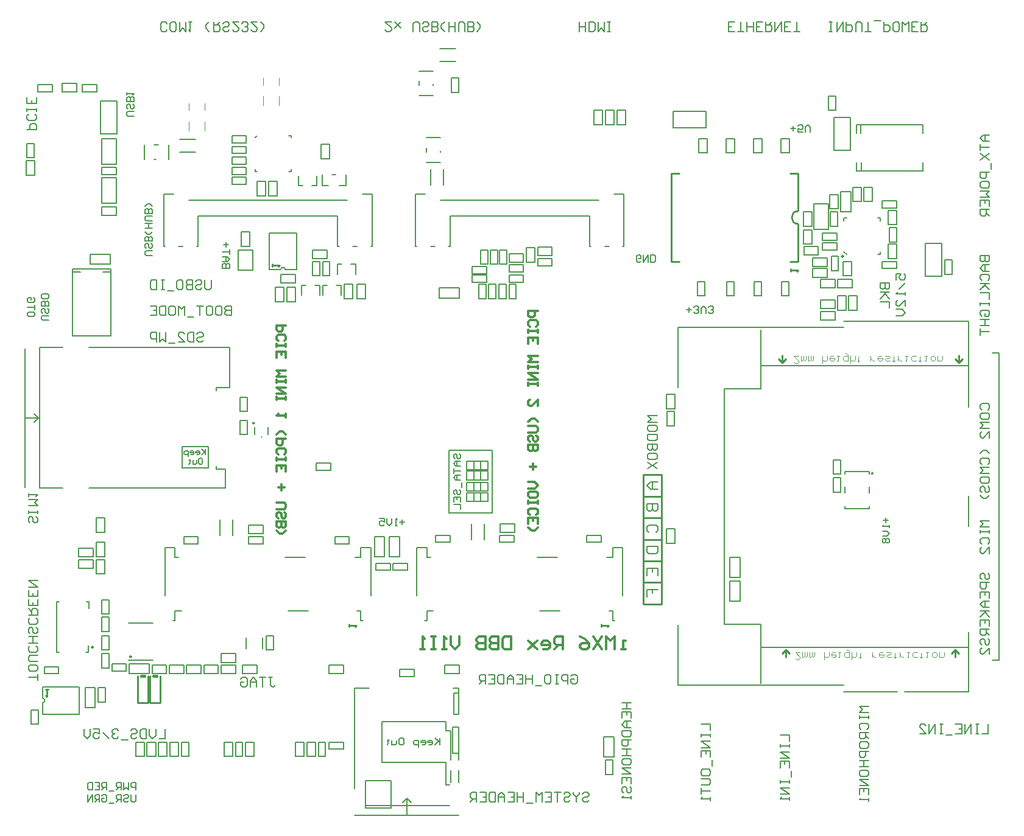
<source format=gbo>
%FSLAX44Y44*%
%MOMM*%
G71*
G01*
G75*
G04 Layer_Color=32896*
%ADD10R,0.2500X0.8000*%
%ADD11R,0.4000X0.6500*%
%ADD12R,0.3250X0.6500*%
%ADD13R,0.6000X0.5000*%
%ADD14R,1.2000X1.1500*%
%ADD15R,2.5000X3.3000*%
%ADD16R,1.8288X3.4290*%
%ADD17R,0.6400X4.7000*%
%ADD18R,0.6400X2.5400*%
%ADD19R,1.4500X0.3000*%
%ADD20R,0.8500X0.2800*%
%ADD21R,0.2800X0.8500*%
%ADD22R,3.1500X3.1500*%
%ADD23R,3.5000X3.5000*%
%ADD24R,0.8500X0.3000*%
%ADD25R,0.3000X0.8500*%
%ADD26R,3.5000X3.5000*%
%ADD27R,1.0400X0.3800*%
%ADD28R,1.0000X0.2800*%
%ADD29R,0.2800X1.0000*%
%ADD30R,3.7000X3.7000*%
%ADD31R,0.8000X0.2400*%
%ADD32R,0.2400X0.8000*%
%ADD33R,2.2000X2.2000*%
%ADD34R,1.0000X0.5500*%
%ADD35R,1.2000X0.5800*%
%ADD36R,0.5800X1.2000*%
%ADD37R,0.9000X0.7000*%
%ADD38R,0.7000X0.9000*%
%ADD39C,1.0160*%
%ADD40R,1.9000X2.6000*%
%ADD41R,0.2800X1.4000*%
%ADD42R,0.8000X0.8000*%
%ADD43R,0.7500X0.4000*%
%ADD44R,0.9000X1.2000*%
%ADD45R,0.9000X0.8000*%
%ADD46R,0.6858X0.5588*%
%ADD47R,0.5000X0.6000*%
%ADD48R,1.6000X0.3000*%
%ADD49R,2.3700X2.4300*%
%ADD50R,2.4300X2.3700*%
%ADD51R,1.6000X0.9000*%
%ADD52R,0.9000X1.6000*%
%ADD53R,0.9000X1.3000*%
%ADD54R,1.3000X0.9000*%
%ADD55R,0.8000X0.8000*%
%ADD56R,0.5000X0.5000*%
%ADD57R,0.5000X0.5000*%
%ADD58R,0.3000X2.6000*%
%ADD59R,0.6000X1.0500*%
%ADD60R,0.7000X0.2800*%
%ADD61R,2.3368X1.6500*%
%ADD62O,0.2800X0.8500*%
%ADD63R,1.2000X0.9000*%
%ADD64R,0.8000X0.9000*%
%ADD65R,2.7000X1.4000*%
%ADD66R,0.7000X2.0000*%
%ADD67R,1.2000X1.2000*%
%ADD68R,1.5000X2.6000*%
%ADD69R,1.0000X2.6000*%
%ADD70R,1.9000X1.8000*%
%ADD71R,1.3500X0.4000*%
%ADD72R,2.9500X1.5000*%
%ADD73R,2.3000X1.0000*%
%ADD74R,2.0000X1.2500*%
%ADD75R,1.7000X0.8000*%
%ADD76C,0.2500*%
%ADD77C,0.3000*%
%ADD78C,0.5000*%
%ADD79C,0.2800*%
%ADD80C,0.4000*%
%ADD81C,0.2400*%
%ADD82C,0.8000*%
%ADD83C,0.5800*%
%ADD84C,0.6000*%
%ADD85C,0.4300*%
%ADD86C,0.3500*%
%ADD87C,1.0000*%
%ADD88C,0.2830*%
%ADD89C,1.7000*%
%ADD90C,5.0000*%
%ADD91O,4.0000X5.0000*%
%ADD92R,1.7000X1.7000*%
%ADD93R,1.7000X1.7000*%
%ADD94C,7.4000*%
%ADD95C,5.2000*%
%ADD96C,1.4000*%
%ADD97R,1.4000X1.4000*%
%ADD98R,2.0000X1.6000*%
%ADD99O,2.0000X1.6000*%
%ADD100R,1.6000X2.0000*%
%ADD101O,1.6000X2.0000*%
%ADD102C,1.3000*%
%ADD103C,2.0000*%
%ADD104O,1.3000X1.1000*%
%ADD105C,2.4000*%
%ADD106O,1.6000X2.0000*%
%ADD107R,1.6000X2.0000*%
%ADD108C,1.9000*%
%ADD109R,1.9000X1.9000*%
%ADD110C,3.6000*%
%ADD111R,3.6000X3.6000*%
%ADD112C,1.8000*%
%ADD113C,2.2000*%
%ADD114C,2.7000*%
%ADD115C,3.2500*%
%ADD116C,1.5748*%
%ADD117C,3.0000*%
%ADD118C,1.5240*%
%ADD119O,3.3000X4.0000*%
%ADD120C,3.0000*%
G04:AMPARAMS|DCode=121|XSize=1.25mm|YSize=1.1mm|CornerRadius=0.462mm|HoleSize=0mm|Usage=FLASHONLY|Rotation=0.000|XOffset=0mm|YOffset=0mm|HoleType=Round|Shape=RoundedRectangle|*
%AMROUNDEDRECTD121*
21,1,1.2500,0.1760,0,0,0.0*
21,1,0.3260,1.1000,0,0,0.0*
1,1,0.9240,0.1630,-0.0880*
1,1,0.9240,-0.1630,-0.0880*
1,1,0.9240,-0.1630,0.0880*
1,1,0.9240,0.1630,0.0880*
%
%ADD121ROUNDEDRECTD121*%
G04:AMPARAMS|DCode=122|XSize=1.9mm|YSize=2.425mm|CornerRadius=0.57mm|HoleSize=0mm|Usage=FLASHONLY|Rotation=0.000|XOffset=0mm|YOffset=0mm|HoleType=Round|Shape=RoundedRectangle|*
%AMROUNDEDRECTD122*
21,1,1.9000,1.2850,0,0,0.0*
21,1,0.7600,2.4250,0,0,0.0*
1,1,1.1400,0.3800,-0.6425*
1,1,1.1400,-0.3800,-0.6425*
1,1,1.1400,-0.3800,0.6425*
1,1,1.1400,0.3800,0.6425*
%
%ADD122ROUNDEDRECTD122*%
%ADD123R,1.5000X1.5000*%
%ADD124C,1.5000*%
%ADD125C,0.4500*%
%ADD126C,1.0000*%
%ADD127C,1.0000*%
%ADD128C,1.6000*%
G04:AMPARAMS|DCode=129|XSize=2mm|YSize=2mm|CornerRadius=0mm|HoleSize=0mm|Usage=FLASHONLY|Rotation=0.000|XOffset=0mm|YOffset=0mm|HoleType=Round|Shape=Relief|Width=0.5mm|Gap=0.2mm|Entries=4|*
%AMTHD129*
7,0,0,2.0000,1.6000,0.5000,45*
%
%ADD129THD129*%
%ADD130C,2.2000*%
%ADD131C,3.8000*%
G04:AMPARAMS|DCode=132|XSize=3.7mm|YSize=3.7mm|CornerRadius=0mm|HoleSize=0mm|Usage=FLASHONLY|Rotation=0.000|XOffset=0mm|YOffset=0mm|HoleType=Round|Shape=Relief|Width=0.5mm|Gap=0.2mm|Entries=4|*
%AMTHD132*
7,0,0,3.7000,3.3000,0.5000,45*
%
%ADD132THD132*%
G04:AMPARAMS|DCode=133|XSize=2.1mm|YSize=2.1mm|CornerRadius=0mm|HoleSize=0mm|Usage=FLASHONLY|Rotation=0.000|XOffset=0mm|YOffset=0mm|HoleType=Round|Shape=Relief|Width=0.5mm|Gap=0.2mm|Entries=4|*
%AMTHD133*
7,0,0,2.1000,1.7000,0.5000,45*
%
%ADD133THD133*%
%ADD134C,1.6500*%
G04:AMPARAMS|DCode=135|XSize=4.2mm|YSize=4.2mm|CornerRadius=0mm|HoleSize=0mm|Usage=FLASHONLY|Rotation=0.000|XOffset=0mm|YOffset=0mm|HoleType=Round|Shape=Relief|Width=0.5mm|Gap=0.2mm|Entries=4|*
%AMTHD135*
7,0,0,4.2000,3.8000,0.5000,45*
%
%ADD135THD135*%
G04:AMPARAMS|DCode=136|XSize=1.8mm|YSize=1.8mm|CornerRadius=0mm|HoleSize=0mm|Usage=FLASHONLY|Rotation=0.000|XOffset=0mm|YOffset=0mm|HoleType=Round|Shape=Relief|Width=0.5mm|Gap=0.2mm|Entries=4|*
%AMTHD136*
7,0,0,1.8000,1.4000,0.5000,45*
%
%ADD136THD136*%
G04:AMPARAMS|DCode=137|XSize=3.2mm|YSize=3.2mm|CornerRadius=0mm|HoleSize=0mm|Usage=FLASHONLY|Rotation=0.000|XOffset=0mm|YOffset=0mm|HoleType=Round|Shape=Relief|Width=0.5mm|Gap=0.2mm|Entries=4|*
%AMTHD137*
7,0,0,3.2000,2.8000,0.5000,45*
%
%ADD137THD137*%
G04:AMPARAMS|DCode=138|XSize=1.74mm|YSize=1.74mm|CornerRadius=0mm|HoleSize=0mm|Usage=FLASHONLY|Rotation=0.000|XOffset=0mm|YOffset=0mm|HoleType=Round|Shape=Relief|Width=0.5mm|Gap=0.2mm|Entries=4|*
%AMTHD138*
7,0,0,1.7400,1.3400,0.5000,45*
%
%ADD138THD138*%
G04:AMPARAMS|DCode=139|XSize=2.35mm|YSize=2.35mm|CornerRadius=0mm|HoleSize=0mm|Usage=FLASHONLY|Rotation=0.000|XOffset=0mm|YOffset=0mm|HoleType=Round|Shape=Relief|Width=0.5mm|Gap=0.2mm|Entries=4|*
%AMTHD139*
7,0,0,2.3500,1.9500,0.5000,45*
%
%ADD139THD139*%
%ADD140C,1.3400*%
G04:AMPARAMS|DCode=141|XSize=2.6mm|YSize=2.6mm|CornerRadius=0mm|HoleSize=0mm|Usage=FLASHONLY|Rotation=0.000|XOffset=0mm|YOffset=0mm|HoleType=Round|Shape=Relief|Width=0.5mm|Gap=0.2mm|Entries=4|*
%AMTHD141*
7,0,0,2.6000,2.2000,0.5000,45*
%
%ADD141THD141*%
%ADD142C,1.6900*%
G04:AMPARAMS|DCode=143|XSize=4.18mm|YSize=4.18mm|CornerRadius=0mm|HoleSize=0mm|Usage=FLASHONLY|Rotation=0.000|XOffset=0mm|YOffset=0mm|HoleType=Round|Shape=Relief|Width=0.5mm|Gap=0.2mm|Entries=4|*
%AMTHD143*
7,0,0,4.1800,3.7800,0.5000,45*
%
%ADD143THD143*%
G04:AMPARAMS|DCode=144|XSize=2.09mm|YSize=2.09mm|CornerRadius=0mm|HoleSize=0mm|Usage=FLASHONLY|Rotation=0.000|XOffset=0mm|YOffset=0mm|HoleType=Round|Shape=Relief|Width=0.5mm|Gap=0.2mm|Entries=4|*
%AMTHD144*
7,0,0,2.0900,1.6900,0.5000,45*
%
%ADD144THD144*%
%ADD145C,2.4000*%
G04:AMPARAMS|DCode=146|XSize=2.8mm|YSize=2.8mm|CornerRadius=0mm|HoleSize=0mm|Usage=FLASHONLY|Rotation=0.000|XOffset=0mm|YOffset=0mm|HoleType=Round|Shape=Relief|Width=0.5mm|Gap=0.2mm|Entries=4|*
%AMTHD146*
7,0,0,2.8000,2.4000,0.5000,45*
%
%ADD146THD146*%
G04:AMPARAMS|DCode=147|XSize=2.3mm|YSize=2.3mm|CornerRadius=0mm|HoleSize=0mm|Usage=FLASHONLY|Rotation=0.000|XOffset=0mm|YOffset=0mm|HoleType=Round|Shape=Relief|Width=0.5mm|Gap=0.2mm|Entries=4|*
%AMTHD147*
7,0,0,2.3000,1.9000,0.5000,45*
%
%ADD147THD147*%
%ADD148C,3.8500*%
%ADD149C,1.9500*%
G04:AMPARAMS|DCode=150|XSize=3.3mm|YSize=3.3mm|CornerRadius=0mm|HoleSize=0mm|Usage=FLASHONLY|Rotation=0.000|XOffset=0mm|YOffset=0mm|HoleType=Round|Shape=Relief|Width=0.5mm|Gap=0.2mm|Entries=4|*
%AMTHD150*
7,0,0,3.3000,2.9000,0.5000,45*
%
%ADD150THD150*%
%ADD151C,2.3500*%
G04:AMPARAMS|DCode=152|XSize=3.4mm|YSize=3.4mm|CornerRadius=0mm|HoleSize=0mm|Usage=FLASHONLY|Rotation=0.000|XOffset=0mm|YOffset=0mm|HoleType=Round|Shape=Relief|Width=0.5mm|Gap=0.2mm|Entries=4|*
%AMTHD152*
7,0,0,3.4000,3.0000,0.5000,45*
%
%ADD152THD152*%
G04:AMPARAMS|DCode=153|XSize=4mm|YSize=4mm|CornerRadius=0mm|HoleSize=0mm|Usage=FLASHONLY|Rotation=0.000|XOffset=0mm|YOffset=0mm|HoleType=Round|Shape=Relief|Width=0.5mm|Gap=0.2mm|Entries=4|*
%AMTHD153*
7,0,0,4.0000,3.6000,0.5000,45*
%
%ADD153THD153*%
G04:AMPARAMS|DCode=154|XSize=3mm|YSize=3mm|CornerRadius=0mm|HoleSize=0mm|Usage=FLASHONLY|Rotation=0.000|XOffset=0mm|YOffset=0mm|HoleType=Round|Shape=Relief|Width=0.5mm|Gap=0.2mm|Entries=4|*
%AMTHD154*
7,0,0,3.0000,2.6000,0.5000,45*
%
%ADD154THD154*%
%ADD155C,2.1500*%
G04:AMPARAMS|DCode=156|XSize=1.85mm|YSize=1.85mm|CornerRadius=0mm|HoleSize=0mm|Usage=FLASHONLY|Rotation=0.000|XOffset=0mm|YOffset=0mm|HoleType=Round|Shape=Relief|Width=0.5mm|Gap=0.2mm|Entries=4|*
%AMTHD156*
7,0,0,1.8500,1.4500,0.5000,45*
%
%ADD156THD156*%
%ADD157C,2.0000*%
%ADD158C,2.9500*%
G04:AMPARAMS|DCode=159|XSize=1.7mm|YSize=1.7mm|CornerRadius=0mm|HoleSize=0mm|Usage=FLASHONLY|Rotation=0.000|XOffset=0mm|YOffset=0mm|HoleType=Round|Shape=Relief|Width=0.5mm|Gap=0.2mm|Entries=4|*
%AMTHD159*
7,0,0,1.7000,1.3000,0.5000,45*
%
%ADD159THD159*%
G04:AMPARAMS|DCode=160|XSize=1.9mm|YSize=1.9mm|CornerRadius=0mm|HoleSize=0mm|Usage=FLASHONLY|Rotation=0.000|XOffset=0mm|YOffset=0mm|HoleType=Round|Shape=Relief|Width=0.5mm|Gap=0.2mm|Entries=4|*
%AMTHD160*
7,0,0,1.9000,1.5000,0.5000,45*
%
%ADD160THD160*%
%ADD161C,0.8000*%
%ADD162C,1.1000*%
%ADD163C,0.2000*%
%ADD164R,2.3000X3.2000*%
%ADD165R,0.6000X2.0000*%
%ADD166R,0.2500X0.6000*%
%ADD167R,3.3000X3.3000*%
%ADD168R,0.6000X0.2300*%
%ADD169R,0.2300X0.6000*%
%ADD170R,0.2500X0.5000*%
%ADD171R,1.6000X0.3500*%
%ADD172R,1.6000X0.8000*%
%ADD173R,3.0000X2.1000*%
%ADD174R,0.7620X1.9050*%
%ADD175R,3.6000X3.0000*%
%ADD176R,2.5000X0.8000*%
%ADD177R,0.4000X0.7500*%
%ADD178C,0.6350*%
%ADD179R,1.4000X0.7500*%
%ADD180R,1.1000X1.2000*%
%ADD181R,1.2000X2.7000*%
%ADD182R,1.5000X1.9000*%
%ADD183R,1.0000X1.2000*%
%ADD184R,1.0000X0.8001*%
%ADD185R,1.0000X2.8001*%
%ADD186R,1.3000X1.8999*%
%ADD187R,1.0000X1.2000*%
%ADD188R,0.7000X1.2000*%
%ADD189C,0.2300*%
%ADD190C,0.2200*%
%ADD191C,0.2540*%
%ADD192C,0.2032*%
%ADD193C,0.1500*%
%ADD194R,1.4000X1.4000*%
%ADD195R,1.6000X1.6000*%
%ADD196R,1.6000X1.6000*%
%ADD197R,1.6000X1.6000*%
%ADD198R,1.6000X1.6000*%
%ADD199R,1.0414X0.6604*%
%ADD200R,0.3500X0.9000*%
%ADD201R,0.5000X0.7500*%
%ADD202R,0.4250X0.7500*%
%ADD203R,0.8032X0.7032*%
%ADD204R,1.4032X1.3532*%
%ADD205R,2.7032X3.5032*%
%ADD206R,2.0320X3.6322*%
%ADD207R,0.6908X4.7508*%
%ADD208R,0.6908X2.5908*%
%ADD209R,1.5008X0.3508*%
%ADD210R,0.9000X0.3300*%
%ADD211R,0.3300X0.9000*%
%ADD212R,3.2008X3.2008*%
%ADD213R,3.5508X3.5508*%
%ADD214R,0.9008X0.3508*%
%ADD215R,0.3508X0.9008*%
%ADD216R,3.5508X3.5508*%
%ADD217R,1.1924X0.5324*%
%ADD218R,1.0500X0.3300*%
%ADD219R,0.3300X1.0500*%
%ADD220R,3.7508X3.7508*%
%ADD221R,0.8508X0.2908*%
%ADD222R,0.2908X0.8508*%
%ADD223R,2.2508X2.2508*%
%ADD224R,1.2032X0.7532*%
%ADD225R,1.4032X0.7832*%
%ADD226R,0.7832X1.4032*%
%ADD227R,1.1032X0.9032*%
%ADD228R,0.9032X1.1032*%
%ADD229C,3.0480*%
%ADD230R,2.1032X2.8032*%
%ADD231R,0.3308X1.4508*%
%ADD232R,1.0032X1.0032*%
%ADD233R,0.9024X0.5524*%
%ADD234R,1.1032X1.4032*%
%ADD235R,1.1032X1.0032*%
%ADD236R,0.8382X0.7112*%
%ADD237R,0.8008X0.4508*%
%ADD238R,0.7032X0.8032*%
%ADD239R,1.7400X0.4400*%
%ADD240R,2.5732X2.6332*%
%ADD241R,2.6332X2.5732*%
%ADD242R,1.8032X1.1032*%
%ADD243R,1.1032X1.8032*%
%ADD244R,1.1032X1.5032*%
%ADD245R,1.5032X1.1032*%
%ADD246R,1.0032X1.0032*%
%ADD247R,0.7032X0.7032*%
%ADD248R,0.7032X0.7032*%
%ADD249R,0.3508X2.6508*%
%ADD250R,0.7400X1.1900*%
%ADD251R,0.9540X0.5340*%
%ADD252R,2.3876X1.7008*%
%ADD253O,0.3308X0.9008*%
%ADD254R,1.4032X1.1032*%
%ADD255R,1.0032X1.1032*%
%ADD256R,2.9032X1.6032*%
%ADD257R,0.9032X2.2032*%
%ADD258R,1.4032X1.4032*%
%ADD259R,1.7032X2.8032*%
%ADD260R,1.2032X2.8032*%
%ADD261R,2.1032X2.0032*%
%ADD262R,1.4008X0.4508*%
%ADD263R,3.1532X1.7032*%
%ADD264R,2.4020X1.1020*%
%ADD265R,2.2032X1.4532*%
%ADD266R,1.9032X1.0032*%
%ADD267C,1.9032*%
G04:AMPARAMS|DCode=268|XSize=0.2032mm|YSize=0.2032mm|CornerRadius=0mm|HoleSize=0mm|Usage=FLASHONLY|Rotation=90.000|XOffset=0mm|YOffset=0mm|HoleType=Round|Shape=RoundedRectangle|*
%AMROUNDEDRECTD268*
21,1,0.2032,0.2032,0,0,90.0*
21,1,0.2032,0.2032,0,0,90.0*
1,1,0.0000,0.1016,0.1016*
1,1,0.0000,0.1016,-0.1016*
1,1,0.0000,-0.1016,-0.1016*
1,1,0.0000,-0.1016,0.1016*
%
%ADD268ROUNDEDRECTD268*%
%ADD269C,5.2032*%
%ADD270O,4.2032X5.2032*%
%ADD271R,1.9032X1.9032*%
%ADD272R,1.9032X1.9032*%
%ADD273C,0.2032*%
%ADD274C,7.4508*%
%ADD275C,5.4032*%
%ADD276C,1.6032*%
%ADD277R,1.6032X1.6032*%
%ADD278R,2.2032X1.8032*%
%ADD279O,2.2032X1.8032*%
%ADD280R,1.8032X2.2032*%
%ADD281O,1.8032X2.2032*%
%ADD282C,1.5032*%
%ADD283C,2.2032*%
%ADD284O,1.5032X1.3032*%
%ADD285C,2.6032*%
%ADD286O,1.8032X2.2032*%
%ADD287R,1.8032X2.2032*%
%ADD288C,2.1032*%
%ADD289R,2.1032X2.1032*%
%ADD290C,3.8032*%
%ADD291R,3.8032X3.8032*%
%ADD292C,2.0032*%
%ADD293C,2.4032*%
%ADD294C,2.9032*%
%ADD295C,3.4532*%
%ADD296C,1.7780*%
%ADD297C,5.0508*%
%ADD298C,3.2032*%
%ADD299C,1.7272*%
%ADD300O,3.5032X4.2032*%
%ADD301C,3.2032*%
G04:AMPARAMS|DCode=302|XSize=1.33mm|YSize=1.18mm|CornerRadius=0.502mm|HoleSize=0mm|Usage=FLASHONLY|Rotation=0.000|XOffset=0mm|YOffset=0mm|HoleType=Round|Shape=RoundedRectangle|*
%AMROUNDEDRECTD302*
21,1,1.3300,0.1760,0,0,0.0*
21,1,0.3260,1.1800,0,0,0.0*
1,1,1.0040,0.1630,-0.0880*
1,1,1.0040,-0.1630,-0.0880*
1,1,1.0040,-0.1630,0.0880*
1,1,1.0040,0.1630,0.0880*
%
%ADD302ROUNDEDRECTD302*%
G04:AMPARAMS|DCode=303|XSize=2.1032mm|YSize=2.6282mm|CornerRadius=0.6716mm|HoleSize=0mm|Usage=FLASHONLY|Rotation=0.000|XOffset=0mm|YOffset=0mm|HoleType=Round|Shape=RoundedRectangle|*
%AMROUNDEDRECTD303*
21,1,2.1032,1.2850,0,0,0.0*
21,1,0.7600,2.6282,0,0,0.0*
1,1,1.3432,0.3800,-0.6425*
1,1,1.3432,-0.3800,-0.6425*
1,1,1.3432,-0.3800,0.6425*
1,1,1.3432,0.3800,0.6425*
%
%ADD303ROUNDEDRECTD303*%
G04:AMPARAMS|DCode=304|XSize=0.2032mm|YSize=0.2032mm|CornerRadius=0mm|HoleSize=0mm|Usage=FLASHONLY|Rotation=180.000|XOffset=0mm|YOffset=0mm|HoleType=Round|Shape=RoundedRectangle|*
%AMROUNDEDRECTD304*
21,1,0.2032,0.2032,0,0,180.0*
21,1,0.2032,0.2032,0,0,180.0*
1,1,0.0000,-0.1016,0.1016*
1,1,0.0000,0.1016,0.1016*
1,1,0.0000,0.1016,-0.1016*
1,1,0.0000,-0.1016,-0.1016*
%
%ADD304ROUNDEDRECTD304*%
%ADD305R,1.7032X1.7032*%
%ADD306C,1.7032*%
%ADD307R,2.5032X3.4032*%
%ADD308R,0.7000X2.1000*%
%ADD309R,0.3008X0.6508*%
%ADD310R,3.4016X3.4016*%
%ADD311R,0.7016X0.3316*%
%ADD312R,0.3316X0.7016*%
%ADD313R,0.3008X0.5508*%
%ADD314R,1.7400X0.4900*%
%ADD315R,1.8032X1.0032*%
%ADD316R,3.2032X2.3032*%
%ADD317R,0.9652X2.1082*%
%ADD318R,3.8032X3.2032*%
%ADD319R,2.7032X1.0032*%
%ADD320R,0.5524X0.9024*%
%ADD321C,0.7366*%
%ADD322R,0.4508X0.8008*%
%ADD323R,1.6032X0.9532*%
%ADD324R,1.3032X1.4032*%
%ADD325R,1.4032X2.9032*%
%ADD326R,1.7032X2.1032*%
%ADD327R,1.2032X1.4032*%
%ADD328R,1.2032X1.0033*%
%ADD329R,1.2032X3.0033*%
%ADD330R,1.5032X2.1031*%
%ADD331R,1.2032X1.4032*%
%ADD332R,0.8400X1.3400*%
%ADD333R,0.9032X1.4032*%
%ADD334C,0.1000*%
D77*
X365000Y670000D02*
X352004D01*
Y663502D01*
X354170Y661336D01*
X358502D01*
X360668Y663502D01*
Y670000D01*
X354170Y648340D02*
X352004Y650506D01*
Y654838D01*
X354170Y657004D01*
X362834D01*
X365000Y654838D01*
Y650506D01*
X362834Y648340D01*
X352004Y644008D02*
Y639676D01*
Y641842D01*
X365000D01*
Y644008D01*
Y639676D01*
X352004Y624515D02*
Y633179D01*
X365000D01*
Y624515D01*
X358502Y633179D02*
Y628847D01*
X365000Y607187D02*
X352004D01*
X356336Y602855D01*
X352004Y598523D01*
X365000D01*
X352004Y594191D02*
Y589859D01*
Y592025D01*
X365000D01*
Y594191D01*
Y589859D01*
Y583361D02*
X352004D01*
X365000Y574697D01*
X352004D01*
Y570365D02*
Y566034D01*
Y568200D01*
X365000D01*
Y570365D01*
Y566034D01*
Y546540D02*
Y542208D01*
Y544374D01*
X352004D01*
X354170Y546540D01*
X365000Y518382D02*
X360668Y522714D01*
X356336D01*
X352004Y518382D01*
X365000Y511884D02*
X352004D01*
Y505387D01*
X354170Y503221D01*
X358502D01*
X360668Y505387D01*
Y511884D01*
X354170Y490225D02*
X352004Y492391D01*
Y496723D01*
X354170Y498889D01*
X362834D01*
X365000Y496723D01*
Y492391D01*
X362834Y490225D01*
X352004Y485893D02*
Y481561D01*
Y483727D01*
X365000D01*
Y485893D01*
Y481561D01*
X352004Y466399D02*
Y475063D01*
X365000D01*
Y466399D01*
X358502Y475063D02*
Y470731D01*
Y449071D02*
Y440407D01*
X354170Y444739D02*
X362834D01*
X352004Y423080D02*
X362834D01*
X365000Y420914D01*
Y416582D01*
X362834Y414416D01*
X352004D01*
X354170Y401420D02*
X352004Y403586D01*
Y407918D01*
X354170Y410084D01*
X356336D01*
X358502Y407918D01*
Y403586D01*
X360668Y401420D01*
X362834D01*
X365000Y403586D01*
Y407918D01*
X362834Y410084D01*
X352004Y397088D02*
X365000D01*
Y390590D01*
X362834Y388424D01*
X360668D01*
X358502Y390590D01*
Y397088D01*
Y390590D01*
X356336Y388424D01*
X354170D01*
X352004Y390590D01*
Y397088D01*
X365000Y384092D02*
X360668Y379760D01*
X356336D01*
X352004Y384092D01*
X715000Y690000D02*
X702004D01*
Y683502D01*
X704170Y681336D01*
X708502D01*
X710668Y683502D01*
Y690000D01*
X704170Y668340D02*
X702004Y670506D01*
Y674838D01*
X704170Y677004D01*
X712834D01*
X715000Y674838D01*
Y670506D01*
X712834Y668340D01*
X702004Y664008D02*
Y659676D01*
Y661842D01*
X715000D01*
Y664008D01*
Y659676D01*
X702004Y644515D02*
Y653179D01*
X715000D01*
Y644515D01*
X708502Y653179D02*
Y648847D01*
X715000Y627187D02*
X702004D01*
X706336Y622855D01*
X702004Y618523D01*
X715000D01*
X702004Y614191D02*
Y609859D01*
Y612025D01*
X715000D01*
Y614191D01*
Y609859D01*
Y603361D02*
X702004D01*
X715000Y594697D01*
X702004D01*
Y590365D02*
Y586034D01*
Y588200D01*
X715000D01*
Y590365D01*
Y586034D01*
Y557876D02*
Y566540D01*
X706336Y557876D01*
X704170D01*
X702004Y560042D01*
Y564374D01*
X704170Y566540D01*
X715000Y536216D02*
X710668Y540548D01*
X706336D01*
X702004Y536216D01*
Y529718D02*
X712834D01*
X715000Y527552D01*
Y523220D01*
X712834Y521055D01*
X702004D01*
X704170Y508059D02*
X702004Y510225D01*
Y514557D01*
X704170Y516723D01*
X706336D01*
X708502Y514557D01*
Y510225D01*
X710668Y508059D01*
X712834D01*
X715000Y510225D01*
Y514557D01*
X712834Y516723D01*
X702004Y503727D02*
X715000D01*
Y497229D01*
X712834Y495063D01*
X710668D01*
X708502Y497229D01*
Y503727D01*
Y497229D01*
X706336Y495063D01*
X704170D01*
X702004Y497229D01*
Y503727D01*
X708502Y477735D02*
Y469071D01*
X704170Y473403D02*
X712834D01*
X702004Y451744D02*
X710668D01*
X715000Y447412D01*
X710668Y443080D01*
X702004D01*
Y432250D02*
Y436582D01*
X704170Y438748D01*
X712834D01*
X715000Y436582D01*
Y432250D01*
X712834Y430084D01*
X704170D01*
X702004Y432250D01*
Y425752D02*
Y421420D01*
Y423586D01*
X715000D01*
Y425752D01*
Y421420D01*
X704170Y406258D02*
X702004Y408424D01*
Y412756D01*
X704170Y414922D01*
X712834D01*
X715000Y412756D01*
Y408424D01*
X712834Y406258D01*
X702004Y393262D02*
Y401926D01*
X715000D01*
Y393262D01*
X708502Y401926D02*
Y397594D01*
X715000Y388931D02*
X710668Y384599D01*
X706336D01*
X702004Y388931D01*
D80*
X164000Y182000D02*
X168000D01*
X181000D02*
X185000D01*
D86*
X837000Y219000D02*
X831002D01*
X834001D01*
Y230996D01*
X837000D01*
X822005Y219000D02*
Y236994D01*
X816007Y230996D01*
X810009Y236994D01*
Y219000D01*
X804011Y236994D02*
X792015Y219000D01*
Y236994D02*
X804011Y219000D01*
X774020Y236994D02*
X780018Y233995D01*
X786016Y227997D01*
Y221999D01*
X783018Y219000D01*
X777019D01*
X774020Y221999D01*
Y224998D01*
X777019Y227997D01*
X786016D01*
X750028Y219000D02*
Y236994D01*
X741031D01*
X738032Y233995D01*
Y227997D01*
X741031Y224998D01*
X750028D01*
X744030D02*
X738032Y219000D01*
X723037D02*
X729035D01*
X732034Y221999D01*
Y227997D01*
X729035Y230996D01*
X723037D01*
X720038Y227997D01*
Y224998D01*
X732034D01*
X714040Y230996D02*
X702044Y219000D01*
X708042Y224998D01*
X702044Y230996D01*
X714040Y219000D01*
X678052Y236994D02*
Y219000D01*
X669054D01*
X666055Y221999D01*
Y233995D01*
X669054Y236994D01*
X678052D01*
X660057D02*
Y219000D01*
X651060D01*
X648061Y221999D01*
Y224998D01*
X651060Y227997D01*
X660057D01*
X651060D01*
X648061Y230996D01*
Y233995D01*
X651060Y236994D01*
X660057D01*
X642063D02*
Y219000D01*
X633066D01*
X630067Y221999D01*
Y224998D01*
X633066Y227997D01*
X642063D01*
X633066D01*
X630067Y230996D01*
Y233995D01*
X633066Y236994D01*
X642063D01*
X606075D02*
Y224998D01*
X600077Y219000D01*
X594079Y224998D01*
Y236994D01*
X588081Y219000D02*
X582083D01*
X585082D01*
Y236994D01*
X588081Y233995D01*
X573086Y236994D02*
X567087D01*
X570086D01*
Y219000D01*
X573086D01*
X567087D01*
X558090D02*
X552092D01*
X555091D01*
Y236994D01*
X558090Y233995D01*
D163*
X364175Y747600D02*
G03*
X357825Y747600I-3175J0D01*
G01*
X26600Y144825D02*
G03*
X26600Y151175I0J3175D01*
G01*
X321800Y518501D02*
Y528501D01*
X330500Y515001D02*
X331500D01*
X340200Y518501D02*
Y528501D01*
X1314000Y390000D02*
Y432400D01*
Y556000D02*
Y676000D01*
X1225000Y160000D02*
X1314000D01*
X592000Y496000D02*
X652000D01*
Y409000D02*
Y496000D01*
X592000Y409000D02*
Y496000D01*
Y409000D02*
X652000D01*
X595000Y994000D02*
Y1014000D01*
Y994000D02*
X605000D01*
Y1014000D01*
X595000D02*
X605000D01*
X464000Y727000D02*
X476000D01*
X464000Y707000D02*
Y727000D01*
Y707000D02*
X476000D01*
Y727000D01*
X1250500Y885000D02*
Y897000D01*
Y937000D02*
Y949000D01*
X1158000Y937000D02*
Y949000D01*
Y885000D02*
Y897000D01*
Y885000D02*
X1250500D01*
X1158000Y949000D02*
X1250500D01*
X1164000Y937000D02*
Y949000D01*
X1164500Y885000D02*
Y897000D01*
X819000Y259000D02*
X822000D01*
X819000Y361000D02*
X833000D01*
X547000D02*
X561000D01*
Y259000D02*
Y273000D01*
Y347000D02*
Y361000D01*
X819000Y259000D02*
Y273000D01*
X819000Y347000D02*
Y361000D01*
X811000Y347000D02*
X819000D01*
X561000Y273000D02*
X570000D01*
X561000Y347000D02*
X566000D01*
X814000Y273000D02*
X819000D01*
X718000D02*
X746000Y273000D01*
X714000Y347000D02*
X742000Y347000D01*
X833000Y294000D02*
Y361000D01*
X547000Y294000D02*
Y361000D01*
X558000Y259000D02*
X561000D01*
X469000D02*
X472000D01*
X469000Y361000D02*
X483000D01*
X197000D02*
X211000D01*
Y259000D02*
Y273000D01*
Y347000D02*
Y361000D01*
X469000Y259000D02*
Y273000D01*
X469000Y347000D02*
Y361000D01*
X461000Y347000D02*
X469000D01*
X211000Y273000D02*
X220000D01*
X211000Y347000D02*
X216000D01*
X464000Y273000D02*
X469000D01*
X368000D02*
X396000Y273000D01*
X364000Y347000D02*
X392000Y347000D01*
X483000Y294000D02*
Y361000D01*
X197000Y294000D02*
Y361000D01*
X208000Y259000D02*
X211000D01*
X1187910Y768600D02*
X1191400D01*
X1140600Y772410D02*
X1144410Y768600D01*
X1191400D02*
Y772410D01*
X1187910Y819400D02*
X1191400D01*
X1140920D02*
X1144410D01*
X1140600Y815590D02*
Y819400D01*
X1191400Y815590D02*
Y819400D01*
X146000Y204000D02*
X180000D01*
X146000Y256000D02*
X180000D01*
X369000Y884000D02*
X372000D01*
X322000D02*
Y887000D01*
Y884000D02*
X325000D01*
X372000D02*
Y887000D01*
Y931000D02*
Y934000D01*
X369000D02*
X372000D01*
X322000Y931000D02*
X325000Y934000D01*
X448510Y864380D02*
Y879620D01*
X439620Y864380D02*
X448510D01*
X415490D02*
X424380D01*
X415490D02*
Y879620D01*
X429460D02*
X434540D01*
X341950Y747600D02*
X357825D01*
X364175D02*
X380050D01*
Y798400D01*
X341950D02*
X380050D01*
X341950Y747600D02*
Y798400D01*
X26600Y151175D02*
Y167050D01*
Y128950D02*
Y144825D01*
Y128950D02*
X77400D01*
Y167050D01*
X26600D02*
X77400D01*
X382300Y864015D02*
Y877985D01*
X407700Y864015D02*
Y877985D01*
X382300Y864015D02*
X388650D01*
X401350D02*
X407700D01*
X461700Y741015D02*
Y754985D01*
X436300Y741015D02*
Y754985D01*
X455350D02*
X461700D01*
X436300D02*
X442650D01*
X441700Y712015D02*
Y725985D01*
X416300Y712015D02*
Y725985D01*
X435350D02*
X441700D01*
X416300D02*
X422650D01*
X411700Y712015D02*
Y725985D01*
X386300Y712015D02*
Y725985D01*
X405350D02*
X411700D01*
X386300D02*
X392650D01*
X46000Y285000D02*
X50000D01*
X90000Y215000D02*
Y224000D01*
X87000Y215000D02*
X90000D01*
X88000Y285000D02*
X91000D01*
Y276000D02*
Y285000D01*
X46000Y215000D02*
Y285000D01*
Y215000D02*
X50000D01*
X974700Y254000D02*
Y582000D01*
X1356000Y204000D02*
Y632000D01*
X974700Y582000D02*
X1024700D01*
X974700Y254000D02*
X1024700D01*
Y582000D02*
Y664000D01*
Y172000D02*
Y254000D01*
Y614150D02*
X1314000D01*
X1024700Y221850D02*
X1314000D01*
X1140000Y676000D02*
X1314000D01*
X910000Y667000D02*
X1140000D01*
X910000Y583000D02*
Y667000D01*
X1140000Y160000D02*
X1215000D01*
X910000Y169000D02*
Y253000D01*
Y169000D02*
X1140000D01*
X1314000Y160000D02*
Y243000D01*
X1347000Y204000D02*
X1356000D01*
X1347000Y632000D02*
X1356000D01*
X579000Y1037000D02*
X601000D01*
X579000Y1055000D02*
X601000D01*
X566000Y865000D02*
Y887000D01*
X584000Y865000D02*
Y887000D01*
X217000Y911000D02*
X239000D01*
X217000Y929000D02*
X239000D01*
X623000Y372000D02*
Y394000D01*
X641000Y372000D02*
Y394000D01*
X273000Y378000D02*
Y400000D01*
X291000Y378000D02*
Y400000D01*
X560000Y897000D02*
X580000D01*
X560000Y931000D02*
X580000D01*
Y911000D02*
Y913000D01*
X560000Y911000D02*
Y917000D01*
X550000Y990000D02*
X570000D01*
X550000Y1024000D02*
X570000D01*
Y1004000D02*
Y1006000D01*
X550000Y1004000D02*
Y1010000D01*
X168000Y901000D02*
Y921000D01*
X202000Y901000D02*
Y921000D01*
X182000Y901000D02*
X184000D01*
X182000Y921000D02*
X188000D01*
X309570Y220380D02*
Y235620D01*
X332430Y220380D02*
Y235620D01*
X394000Y90000D02*
X406000D01*
X394000Y70000D02*
Y90000D01*
Y70000D02*
X406000D01*
Y90000D01*
X378000Y70000D02*
X390000D01*
Y90000D01*
X378000D02*
X390000D01*
X378000Y70000D02*
Y90000D01*
X279000Y90000D02*
X291000D01*
X279000Y70000D02*
Y90000D01*
Y70000D02*
X291000D01*
Y90000D01*
X309000D02*
X321000D01*
X309000Y70000D02*
Y90000D01*
Y70000D02*
X321000D01*
Y90000D01*
X204000D02*
X216000D01*
X204000Y70000D02*
Y90000D01*
Y70000D02*
X216000D01*
Y90000D01*
X188000Y70000D02*
X200000D01*
Y90000D01*
X188000D02*
X200000D01*
X188000Y70000D02*
Y90000D01*
X1097000Y737000D02*
Y749000D01*
Y737000D02*
X1117000D01*
Y749000D01*
X1097000D02*
X1117000D01*
X1132000Y691000D02*
X1144000D01*
Y711000D01*
X1132000D02*
X1144000D01*
X1132000Y691000D02*
Y711000D01*
X1147000D02*
X1159000D01*
X1147000Y691000D02*
Y711000D01*
Y691000D02*
X1159000D01*
Y711000D01*
X1105000Y768000D02*
Y780000D01*
X1085000D02*
X1105000D01*
X1085000Y768000D02*
Y780000D01*
Y768000D02*
X1105000D01*
X1152000Y722000D02*
Y734000D01*
X1132000D02*
X1152000D01*
X1132000Y722000D02*
Y734000D01*
Y722000D02*
X1152000D01*
X1128000Y693000D02*
Y705000D01*
X1108000D02*
X1128000D01*
X1108000Y693000D02*
Y705000D01*
Y693000D02*
X1128000D01*
X1117000Y752000D02*
Y764000D01*
X1097000D02*
X1117000D01*
X1097000Y752000D02*
Y764000D01*
Y752000D02*
X1117000D01*
X1168000Y862000D02*
X1180000D01*
X1168000Y842000D02*
Y862000D01*
Y842000D02*
X1180000D01*
Y862000D01*
X1139000Y759000D02*
X1151000D01*
X1139000Y739000D02*
Y759000D01*
Y739000D02*
X1151000D01*
Y759000D01*
X1153000Y862000D02*
X1165000D01*
X1153000Y842000D02*
Y862000D01*
Y842000D02*
X1165000D01*
Y862000D01*
X1128000Y722000D02*
Y734000D01*
X1108000D02*
X1128000D01*
X1108000Y722000D02*
Y734000D01*
Y722000D02*
X1128000D01*
X1202000Y830000D02*
X1214000D01*
X1202000Y810000D02*
Y830000D01*
Y810000D02*
X1214000D01*
Y830000D01*
X1202000Y783000D02*
X1214000D01*
X1202000Y763000D02*
Y783000D01*
Y763000D02*
X1214000D01*
Y783000D01*
X1084000Y803000D02*
X1096000D01*
X1084000Y783000D02*
Y803000D01*
Y783000D02*
X1096000D01*
Y803000D01*
X1084000Y808000D02*
X1096000D01*
Y828000D01*
X1084000D02*
X1096000D01*
X1084000Y808000D02*
Y828000D01*
X1121000Y852000D02*
X1133000D01*
X1121000Y832000D02*
Y852000D01*
Y832000D02*
X1133000D01*
Y852000D01*
X247000Y185000D02*
Y197000D01*
X227000D02*
X247000D01*
X227000Y185000D02*
Y197000D01*
Y185000D02*
X247000D01*
X305000D02*
Y197000D01*
Y185000D02*
X325000D01*
Y197000D01*
X305000D02*
X325000D01*
X295000Y185000D02*
Y197000D01*
X275000D02*
X295000D01*
X275000Y185000D02*
Y197000D01*
Y185000D02*
X295000D01*
X445000D02*
Y197000D01*
X425000D02*
X445000D01*
X425000Y185000D02*
Y197000D01*
Y185000D02*
X445000D01*
X251000D02*
Y197000D01*
Y185000D02*
X271000D01*
Y197000D01*
X251000D02*
X271000D01*
X366000Y723000D02*
X378000D01*
X366000Y703000D02*
Y723000D01*
Y703000D02*
X378000D01*
Y723000D01*
X303000Y780000D02*
X315000D01*
Y800000D01*
X303000D02*
X315000D01*
X303000Y780000D02*
Y800000D01*
X402000Y763000D02*
Y775000D01*
Y763000D02*
X422000D01*
Y775000D01*
X402000D02*
X422000D01*
X414000Y922000D02*
X426000D01*
X414000Y902000D02*
Y922000D01*
Y902000D02*
X426000D01*
Y922000D01*
X325000Y870000D02*
X337000D01*
X325000Y850000D02*
Y870000D01*
Y850000D02*
X337000D01*
Y870000D01*
X341000D02*
X353000D01*
X341000Y850000D02*
Y870000D01*
Y850000D02*
X353000D01*
Y870000D01*
X586000Y185000D02*
Y197000D01*
Y185000D02*
X606000D01*
Y197000D01*
X586000D02*
X606000D01*
X939000Y910000D02*
X951000D01*
Y930000D01*
X939000D02*
X951000D01*
X939000Y910000D02*
Y930000D01*
X977000Y910000D02*
X989000D01*
Y930000D01*
X977000D02*
X989000D01*
X977000Y910000D02*
Y930000D01*
X1015000Y910000D02*
X1027000D01*
Y930000D01*
X1015000D02*
X1027000D01*
X1015000Y910000D02*
Y930000D01*
X1053000Y910000D02*
X1065000D01*
Y930000D01*
X1053000D02*
X1065000D01*
X1053000Y910000D02*
Y930000D01*
X695000Y758000D02*
Y770000D01*
X675000D02*
X695000D01*
X675000Y758000D02*
Y770000D01*
Y758000D02*
X695000D01*
X735000Y767000D02*
Y779000D01*
X715000D02*
X735000D01*
X715000Y767000D02*
Y779000D01*
Y767000D02*
X735000D01*
X333000Y380000D02*
Y392000D01*
X313000D02*
X333000D01*
X313000Y380000D02*
Y392000D01*
Y380000D02*
X333000D01*
X101000Y324000D02*
X113000D01*
Y344000D01*
X101000D02*
X113000D01*
X101000Y324000D02*
Y344000D01*
Y368000D02*
X113000D01*
X101000Y348000D02*
Y368000D01*
Y348000D02*
X113000D01*
Y368000D01*
X97000Y332000D02*
Y344000D01*
X77000D02*
X97000D01*
X77000Y332000D02*
Y344000D01*
Y332000D02*
X97000D01*
Y348000D02*
Y360000D01*
X77000D02*
X97000D01*
X77000Y348000D02*
Y360000D01*
Y348000D02*
X97000D01*
X894000Y554000D02*
X906000D01*
Y574000D01*
X894000D02*
X906000D01*
X894000Y554000D02*
Y574000D01*
Y367000D02*
X906000D01*
Y387000D01*
X894000D02*
X906000D01*
X894000Y367000D02*
Y387000D01*
X626000Y425000D02*
Y437000D01*
Y425000D02*
X646000D01*
Y437000D01*
X626000D02*
X646000D01*
X636000Y425000D02*
Y437000D01*
X616000D02*
X636000D01*
X616000Y425000D02*
Y437000D01*
Y425000D02*
X636000D01*
X626000Y439000D02*
Y451000D01*
Y439000D02*
X646000D01*
Y451000D01*
X626000D02*
X646000D01*
X636000Y439000D02*
Y451000D01*
X616000D02*
X636000D01*
X616000Y439000D02*
Y451000D01*
Y439000D02*
X636000D01*
X626000Y469000D02*
Y481000D01*
Y469000D02*
X646000D01*
Y481000D01*
X626000D02*
X646000D01*
X636000Y469000D02*
Y481000D01*
X616000D02*
X636000D01*
X616000Y469000D02*
Y481000D01*
Y469000D02*
X636000D01*
X626000Y455000D02*
Y467000D01*
Y455000D02*
X646000D01*
Y467000D01*
X626000D02*
X646000D01*
X636000Y455000D02*
Y467000D01*
X616000D02*
X636000D01*
X616000Y455000D02*
Y467000D01*
Y455000D02*
X636000D01*
X109000Y823000D02*
Y835000D01*
Y823000D02*
X129000D01*
Y835000D01*
X109000D02*
X129000D01*
X4000Y899000D02*
X16000D01*
X4000Y879000D02*
Y899000D01*
Y879000D02*
X16000D01*
Y899000D01*
X74000Y995000D02*
Y1007000D01*
X54000D02*
X74000D01*
X54000Y995000D02*
Y1007000D01*
Y995000D02*
X74000D01*
X683000Y382000D02*
Y394000D01*
X663000D02*
X683000D01*
X663000Y382000D02*
Y394000D01*
Y382000D02*
X683000D01*
X1128000Y677000D02*
Y689000D01*
X1108000D02*
X1128000D01*
X1108000Y677000D02*
Y689000D01*
Y677000D02*
X1128000D01*
X793000Y969000D02*
X805000D01*
X793000Y949000D02*
Y969000D01*
Y949000D02*
X805000D01*
Y969000D01*
X809000D02*
X821000D01*
X809000Y949000D02*
Y969000D01*
Y949000D02*
X821000D01*
Y969000D01*
X825000D02*
X837000D01*
X825000Y949000D02*
Y969000D01*
Y949000D02*
X837000D01*
Y969000D01*
X172000Y70000D02*
X184000D01*
Y90000D01*
X172000D02*
X184000D01*
X172000Y70000D02*
Y90000D01*
X156000D02*
X168000D01*
X156000Y70000D02*
Y90000D01*
Y70000D02*
X168000D01*
Y90000D01*
X699000Y758000D02*
X711000D01*
Y778000D01*
X699000D02*
X711000D01*
X699000Y758000D02*
Y778000D01*
X378000Y729000D02*
Y741000D01*
X358000D02*
X378000D01*
X358000Y729000D02*
Y741000D01*
Y729000D02*
X378000D01*
X446000Y707000D02*
X458000D01*
Y727000D01*
X446000D02*
X458000D01*
X446000Y707000D02*
Y727000D01*
X350000Y723000D02*
X362000D01*
X350000Y703000D02*
Y723000D01*
Y703000D02*
X362000D01*
Y723000D01*
X199000Y185000D02*
Y197000D01*
X179000D02*
X199000D01*
X179000Y185000D02*
Y197000D01*
Y185000D02*
X199000D01*
X223000D02*
Y197000D01*
X203000D02*
X223000D01*
X203000Y185000D02*
Y197000D01*
Y185000D02*
X223000D01*
X295000Y201000D02*
Y213000D01*
X275000D02*
X295000D01*
X275000Y201000D02*
Y213000D01*
Y201000D02*
X295000D01*
X68500Y744400D02*
X79000D01*
X111000D02*
X121500D01*
Y655450D02*
Y748450D01*
X68500Y655450D02*
Y748450D01*
X121500D01*
X68500Y655450D02*
X121500D01*
X1126570Y913140D02*
Y958860D01*
Y913140D02*
X1149430D01*
Y958860D01*
X1126570D02*
X1149430D01*
X903140Y944570D02*
X948860D01*
Y967430D01*
X903140D02*
X948860D01*
X903140Y944570D02*
Y967430D01*
X1253570Y738140D02*
Y783860D01*
Y738140D02*
X1276430D01*
Y783860D01*
X1253570D02*
X1276430D01*
X130430Y936140D02*
Y981860D01*
X107570D02*
X130430D01*
X107570Y936140D02*
Y981860D01*
Y936140D02*
X130430D01*
X1098840Y803220D02*
Y838780D01*
X1119160D01*
Y803220D02*
Y838780D01*
X1098840Y803220D02*
X1119160D01*
X108840Y894220D02*
Y929780D01*
X129160D01*
Y894220D02*
Y929780D01*
X108840Y894220D02*
X129160D01*
Y840220D02*
Y875780D01*
X108840Y840220D02*
X129160D01*
X108840D02*
Y875780D01*
X129160D01*
X578000Y722000D02*
X606000D01*
Y708000D02*
Y722000D01*
X578000Y708000D02*
X606000D01*
X578000D02*
Y722000D01*
X93000Y755000D02*
X121000D01*
X93000D02*
Y769000D01*
X121000D01*
Y755000D02*
Y769000D01*
X509000Y348000D02*
Y376000D01*
X523000D01*
Y348000D02*
Y376000D01*
X509000Y348000D02*
X523000D01*
X1136000Y828000D02*
Y856000D01*
X1150000D01*
Y828000D02*
Y856000D01*
X1136000Y828000D02*
X1150000D01*
X807000Y69000D02*
Y97000D01*
X821000D01*
Y69000D02*
Y97000D01*
X807000Y69000D02*
X821000D01*
X86000Y138000D02*
Y166000D01*
X100000D01*
Y138000D02*
Y166000D01*
X86000Y138000D02*
X100000D01*
X147000Y199000D02*
X175000D01*
Y185000D02*
Y199000D01*
X147000Y185000D02*
X175000D01*
X147000D02*
Y199000D01*
X488000Y348000D02*
Y376000D01*
X502000D01*
Y348000D02*
Y376000D01*
X488000Y348000D02*
X502000D01*
X420000Y70000D02*
Y90000D01*
X410000D02*
X420000D01*
X410000Y70000D02*
Y90000D01*
Y70000D02*
X420000D01*
X305000Y70000D02*
Y90000D01*
X295000D02*
X305000D01*
X295000Y70000D02*
Y90000D01*
Y70000D02*
X305000D01*
X230000Y70000D02*
Y90000D01*
X220000D02*
X230000D01*
X220000Y70000D02*
Y90000D01*
Y70000D02*
X230000D01*
X1133000Y746000D02*
Y766000D01*
X1123000D02*
X1133000D01*
X1123000Y746000D02*
Y766000D01*
Y746000D02*
X1133000D01*
X1111000Y788000D02*
X1131000D01*
Y798000D01*
X1111000D02*
X1131000D01*
X1111000Y788000D02*
Y798000D01*
X1194000Y749000D02*
X1214000D01*
Y759000D01*
X1194000D02*
X1214000D01*
X1194000Y749000D02*
Y759000D01*
Y843000D02*
X1214000D01*
X1194000Y833000D02*
Y843000D01*
Y833000D02*
X1214000D01*
Y843000D01*
X1111000Y775000D02*
X1131000D01*
Y785000D01*
X1111000D02*
X1131000D01*
X1111000Y775000D02*
Y785000D01*
X1214000Y786000D02*
Y806000D01*
X1204000D02*
X1214000D01*
X1204000Y786000D02*
Y806000D01*
Y786000D02*
X1214000D01*
X1122000Y808000D02*
Y828000D01*
Y808000D02*
X1132000D01*
Y828000D01*
X1122000D02*
X1132000D01*
X819000Y45000D02*
Y65000D01*
X809000D02*
X819000D01*
X809000Y45000D02*
Y65000D01*
Y45000D02*
X819000D01*
X426000Y739000D02*
Y759000D01*
X416000D02*
X426000D01*
X416000Y739000D02*
Y759000D01*
Y739000D02*
X426000D01*
X412000D02*
Y759000D01*
X402000D02*
X412000D01*
X402000Y739000D02*
Y759000D01*
Y739000D02*
X412000D01*
X290000Y880000D02*
X310000D01*
Y890000D01*
X290000D02*
X310000D01*
X290000Y880000D02*
Y890000D01*
Y909000D02*
X310000D01*
Y919000D01*
X290000D02*
X310000D01*
X290000Y909000D02*
Y919000D01*
Y924000D02*
X310000D01*
Y934000D01*
X290000D02*
X310000D01*
X290000Y924000D02*
Y934000D01*
Y876000D02*
X310000D01*
X290000Y866000D02*
Y876000D01*
Y866000D02*
X310000D01*
Y876000D01*
X290000Y894000D02*
X310000D01*
Y904000D01*
X290000D02*
X310000D01*
X290000Y894000D02*
Y904000D01*
X523000Y181000D02*
X543000D01*
Y191000D01*
X523000D02*
X543000D01*
X523000Y181000D02*
Y191000D01*
X407000Y478000D02*
X427000D01*
X407000Y468000D02*
Y478000D01*
Y468000D02*
X427000D01*
Y478000D01*
X937000Y711000D02*
Y731000D01*
Y711000D02*
X947000D01*
Y731000D01*
X937000D02*
X947000D01*
X978000Y711000D02*
Y731000D01*
Y711000D02*
X988000D01*
Y731000D01*
X978000D02*
X988000D01*
X1016000Y711000D02*
Y731000D01*
Y711000D02*
X1026000D01*
Y731000D01*
X1016000D02*
X1026000D01*
X1119000Y969000D02*
Y989000D01*
Y969000D02*
X1129000D01*
Y989000D01*
X1119000D02*
X1129000D01*
X1054000Y711000D02*
Y731000D01*
Y711000D02*
X1064000D01*
Y731000D01*
X1054000D02*
X1064000D01*
X624000Y742000D02*
X644000D01*
Y752000D01*
X624000D02*
X644000D01*
X624000Y742000D02*
Y752000D01*
X646000Y755000D02*
Y775000D01*
X636000D02*
X646000D01*
X636000Y755000D02*
Y775000D01*
Y755000D02*
X646000D01*
X672000D02*
Y775000D01*
X662000D02*
X672000D01*
X662000Y755000D02*
Y775000D01*
Y755000D02*
X672000D01*
X633000Y707000D02*
Y727000D01*
Y707000D02*
X643000D01*
Y727000D01*
X633000D02*
X643000D01*
X624000Y740000D02*
X644000D01*
X624000Y730000D02*
Y740000D01*
Y730000D02*
X644000D01*
Y740000D01*
X647000Y707000D02*
Y727000D01*
Y707000D02*
X657000D01*
Y727000D01*
X647000D02*
X657000D01*
X659000Y755000D02*
Y775000D01*
X649000D02*
X659000D01*
X649000Y755000D02*
Y775000D01*
Y755000D02*
X659000D01*
X675000Y740000D02*
X695000D01*
X675000Y730000D02*
Y740000D01*
Y730000D02*
X695000D01*
Y740000D01*
X675000Y744000D02*
X695000D01*
Y754000D01*
X675000D02*
X695000D01*
X675000Y744000D02*
Y754000D01*
X685000Y707000D02*
Y727000D01*
X675000D02*
X685000D01*
X675000Y707000D02*
Y727000D01*
Y707000D02*
X685000D01*
X661000D02*
Y727000D01*
Y707000D02*
X671000D01*
Y727000D01*
X661000D02*
X671000D01*
X715000Y753000D02*
X735000D01*
Y763000D01*
X715000D02*
X735000D01*
X715000Y753000D02*
Y763000D01*
X1281000Y741000D02*
Y761000D01*
Y741000D02*
X1291000D01*
Y761000D01*
X1281000D02*
X1291000D01*
X29000Y185000D02*
X49000D01*
Y195000D01*
X29000D02*
X49000D01*
X29000Y185000D02*
Y195000D01*
X21000Y115000D02*
Y135000D01*
X11000D02*
X21000D01*
X11000Y115000D02*
Y135000D01*
Y115000D02*
X21000D01*
X104000Y146000D02*
Y166000D01*
Y146000D02*
X114000D01*
Y166000D01*
X104000D02*
X114000D01*
X895000Y530000D02*
Y550000D01*
Y530000D02*
X905000D01*
Y550000D01*
X895000D02*
X905000D01*
X514000Y329000D02*
X534000D01*
Y339000D01*
X514000D02*
X534000D01*
X514000Y329000D02*
Y339000D01*
X662000Y378000D02*
X682000D01*
X662000Y368000D02*
Y378000D01*
Y368000D02*
X682000D01*
Y378000D01*
X783000D02*
X803000D01*
X783000Y368000D02*
Y378000D01*
Y368000D02*
X803000D01*
Y378000D01*
X573000Y368000D02*
X593000D01*
Y378000D01*
X573000D02*
X593000D01*
X573000Y368000D02*
Y378000D01*
X311000Y518000D02*
Y538000D01*
X301000D02*
X311000D01*
X301000Y518000D02*
Y538000D01*
Y518000D02*
X311000D01*
Y550000D02*
Y570000D01*
X301000D02*
X311000D01*
X301000Y550000D02*
Y570000D01*
Y550000D02*
X311000D01*
X490000Y339000D02*
X510000D01*
X490000Y329000D02*
Y339000D01*
Y329000D02*
X510000D01*
Y339000D01*
X433000Y376000D02*
X453000D01*
X433000Y366000D02*
Y376000D01*
Y366000D02*
X453000D01*
Y376000D01*
X109000Y890000D02*
X129000D01*
X109000Y880000D02*
Y890000D01*
Y880000D02*
X129000D01*
Y890000D01*
X82000Y995000D02*
X102000D01*
Y1005000D01*
X82000D02*
X102000D01*
X82000Y995000D02*
Y1005000D01*
X20000Y995000D02*
X40000D01*
Y1005000D01*
X20000D02*
X40000D01*
X20000Y995000D02*
Y1005000D01*
X5000Y903000D02*
Y923000D01*
Y903000D02*
X15000D01*
Y923000D01*
X5000D02*
X15000D01*
X313000Y376000D02*
X333000D01*
X313000Y366000D02*
Y376000D01*
Y366000D02*
X333000D01*
Y376000D01*
X223000Y366000D02*
X243000D01*
Y376000D01*
X223000D02*
X243000D01*
X223000Y366000D02*
Y376000D01*
X123000Y199000D02*
X143000D01*
X123000Y189000D02*
Y199000D01*
Y189000D02*
X143000D01*
Y199000D01*
X119000Y193000D02*
Y213000D01*
X109000D02*
X119000D01*
X109000Y193000D02*
Y213000D01*
Y193000D02*
X119000D01*
X109000Y268000D02*
Y288000D01*
Y268000D02*
X119000D01*
Y288000D01*
X109000D02*
X119000D01*
Y218000D02*
Y238000D01*
X109000D02*
X119000D01*
X109000Y218000D02*
Y238000D01*
Y218000D02*
X119000D01*
X109000Y244000D02*
Y264000D01*
Y244000D02*
X119000D01*
Y264000D01*
X109000D02*
X119000D01*
X425000Y80000D02*
X445000D01*
Y90000D01*
X425000D02*
X445000D01*
X425000Y80000D02*
Y90000D01*
X348000Y218000D02*
Y238000D01*
X338000D02*
X348000D01*
X338000Y218000D02*
Y238000D01*
Y218000D02*
X348000D01*
X309000Y747000D02*
X319000D01*
Y775000D01*
X299000D02*
X319000D01*
X299000Y747000D02*
Y775000D01*
Y747000D02*
X309000D01*
X1142000Y414700D02*
X1176000D01*
X1176000Y437000D02*
Y445000D01*
X1176000Y414700D02*
Y418400D01*
Y463000D02*
Y466700D01*
X1142000Y414700D02*
Y418400D01*
X1142000Y437000D02*
Y445000D01*
X1142000Y466700D02*
X1176000D01*
X1142000Y463000D02*
Y466700D01*
X1136000Y438000D02*
Y458000D01*
X1126000D02*
X1136000D01*
X1126000Y438000D02*
Y458000D01*
Y438000D02*
X1136000D01*
X1136000Y463000D02*
Y483000D01*
X1126000D02*
X1136000D01*
X1126000Y463000D02*
Y483000D01*
Y463000D02*
X1136000D01*
X982000Y319000D02*
Y347000D01*
X996000D01*
Y319000D02*
Y347000D01*
X982000Y319000D02*
X996000D01*
Y286000D02*
Y314000D01*
X982000Y286000D02*
X996000D01*
X982000D02*
Y314000D01*
X996000D01*
X101000Y402000D02*
X113000D01*
X101000Y382000D02*
Y402000D01*
Y382000D02*
X113000D01*
Y402000D01*
X835000Y779500D02*
Y852500D01*
X821000D02*
X835000D01*
X787000Y779500D02*
Y822500D01*
X593000Y779500D02*
Y822500D01*
X545000Y852500D02*
X559000D01*
X545000Y779500D02*
Y852500D01*
X593000Y822500D02*
X787000D01*
X580000Y844500D02*
X800000D01*
X591000Y779500D02*
X593000D01*
X566000D02*
X572000D01*
X545000D02*
X547000D01*
X833000D02*
X835000D01*
X808000D02*
X814000D01*
X787000D02*
X789000D01*
X437000Y779500D02*
X439000D01*
X458000D02*
X464000D01*
X483000D02*
X485000D01*
X195000D02*
X197000D01*
X216000D02*
X222000D01*
X241000D02*
X243000D01*
X230000Y844500D02*
X450000D01*
X243000Y822500D02*
X437000D01*
X195000Y779500D02*
Y852500D01*
X209000D01*
X243000Y779500D02*
Y822500D01*
X437000Y779500D02*
Y822500D01*
X471000Y852500D02*
X485000D01*
Y779500D02*
Y852500D01*
X533000Y-11500D02*
Y12000D01*
X527000Y6000D02*
X533000Y12000D01*
X539000Y6000D01*
X587000Y30550D02*
Y61400D01*
X498650D02*
X587000D01*
X587550Y106000D02*
Y118550D01*
X594000Y65000D02*
Y106000D01*
X587550D02*
X594000D01*
X587000Y30550D02*
X592550D01*
X594000Y34000D02*
Y51000D01*
X498650Y61400D02*
Y118550D01*
X587550D01*
X475790Y36000D02*
X511350D01*
Y-2100D02*
Y36000D01*
X475790Y-2100D02*
X511350D01*
X475790D02*
Y36000D01*
X597000Y74100D02*
X597100D01*
X597000D02*
Y111000D01*
X597100Y74100D02*
X605330D01*
X597000Y111000D02*
X605330D01*
X598000Y129000D02*
X605040D01*
X598000D02*
Y158000D01*
X605330D01*
Y34000D02*
Y51000D01*
X460550Y-11950D02*
X605330D01*
Y129000D02*
Y165310D01*
X460550D02*
X480870D01*
X460550Y25000D02*
Y165310D01*
X597710D02*
X605330D01*
X475790Y1480D02*
X592630D01*
X605330Y65000D02*
Y111000D01*
X2500Y541000D02*
X21000D01*
X15000Y547000D02*
X21000Y541000D01*
X15000Y535000D02*
X21000Y541000D01*
X220500Y471300D02*
X257500D01*
Y501300D01*
X220500D02*
X257500D01*
X220500Y471300D02*
Y501300D01*
X2500Y444300D02*
Y637800D01*
X268000Y470000D02*
X281000D01*
X268000D02*
Y474000D01*
X268100Y583000D02*
X286500D01*
X268100Y579100D02*
Y583000D01*
X91000Y638800D02*
X286500D01*
Y583000D02*
Y638800D01*
X22500D02*
X55000D01*
X22500Y443300D02*
Y638800D01*
Y443300D02*
X55000D01*
X91000D02*
X281000D01*
Y470000D01*
X1199002Y402000D02*
Y395336D01*
X1195669Y398668D02*
X1202334D01*
X1204000Y392003D02*
Y388671D01*
Y390337D01*
X1194003D01*
X1195669Y392003D01*
X1194003Y383673D02*
X1200668D01*
X1204000Y380340D01*
X1200668Y377008D01*
X1194003D01*
X1195669Y373676D02*
X1194003Y372010D01*
Y368677D01*
X1195669Y367011D01*
X1197336D01*
X1199002Y368677D01*
X1200668Y367011D01*
X1202334D01*
X1204000Y368677D01*
Y372010D01*
X1202334Y373676D01*
X1200668D01*
X1199002Y372010D01*
X1197336Y373676D01*
X1195669D01*
X1199002Y372010D02*
Y368677D01*
X530000Y395998D02*
X523335D01*
X526668Y399331D02*
Y392666D01*
X520003Y391000D02*
X516671D01*
X518337D01*
Y400997D01*
X520003Y399331D01*
X511673Y400997D02*
Y394332D01*
X508340Y391000D01*
X505008Y394332D01*
Y400997D01*
X495011D02*
X501676D01*
Y395998D01*
X498344Y397664D01*
X496677D01*
X495011Y395998D01*
Y392666D01*
X496677Y391000D01*
X500010D01*
X501676Y392666D01*
X858664Y759669D02*
X856998Y758003D01*
X853666D01*
X852000Y759669D01*
Y766334D01*
X853666Y768000D01*
X856998D01*
X858664Y766334D01*
Y763002D01*
X855332D01*
X861997Y768000D02*
Y758003D01*
X868661Y768000D01*
Y758003D01*
X871994D02*
Y768000D01*
X876992D01*
X878658Y766334D01*
Y759669D01*
X876992Y758003D01*
X871994D01*
X922000Y692002D02*
X928664D01*
X925332Y688669D02*
Y695334D01*
X931997Y688669D02*
X933663Y687003D01*
X936995D01*
X938661Y688669D01*
Y690335D01*
X936995Y692002D01*
X935329D01*
X936995D01*
X938661Y693668D01*
Y695334D01*
X936995Y697000D01*
X933663D01*
X931997Y695334D01*
X941994Y687003D02*
Y693668D01*
X945326Y697000D01*
X948658Y693668D01*
Y687003D01*
X951990Y688669D02*
X953656Y687003D01*
X956989D01*
X958655Y688669D01*
Y690335D01*
X956989Y692002D01*
X955323D01*
X956989D01*
X958655Y693668D01*
Y695334D01*
X956989Y697000D01*
X953656D01*
X951990Y695334D01*
X1067000Y944002D02*
X1073664D01*
X1070332Y940669D02*
Y947334D01*
X1083661Y939003D02*
X1076997D01*
Y944002D01*
X1080329Y942336D01*
X1081995D01*
X1083661Y944002D01*
Y947334D01*
X1081995Y949000D01*
X1078663D01*
X1076997Y947334D01*
X1086994Y939003D02*
Y945668D01*
X1090326Y949000D01*
X1093658Y945668D01*
Y939003D01*
X286997Y749000D02*
X277000D01*
Y753998D01*
X278666Y755665D01*
X280332D01*
X281998Y753998D01*
Y749000D01*
Y753998D01*
X283664Y755665D01*
X285331D01*
X286997Y753998D01*
Y749000D01*
X277000Y758997D02*
X283664D01*
X286997Y762329D01*
X283664Y765661D01*
X277000D01*
X281998D01*
Y758997D01*
X286997Y768994D02*
Y775658D01*
Y772326D01*
X277000D01*
X281998Y778990D02*
Y785655D01*
X285331Y782323D02*
X278666D01*
X17830Y403664D02*
X19996Y401498D01*
Y397166D01*
X17830Y395000D01*
X15664D01*
X13498Y397166D01*
Y401498D01*
X11332Y403664D01*
X9166D01*
X7000Y401498D01*
Y397166D01*
X9166Y395000D01*
X19996Y407996D02*
Y412328D01*
Y410162D01*
X7000D01*
Y407996D01*
Y412328D01*
Y418826D02*
X19996D01*
X15664Y423158D01*
X19996Y427490D01*
X7000D01*
Y431821D02*
Y436153D01*
Y433987D01*
X19996D01*
X17830Y431821D01*
X599669Y484336D02*
X598003Y486002D01*
Y489334D01*
X599669Y491000D01*
X601335D01*
X603002Y489334D01*
Y486002D01*
X604668Y484336D01*
X606334D01*
X608000Y486002D01*
Y489334D01*
X606334Y491000D01*
X608000Y481003D02*
X601335D01*
X598003Y477671D01*
X601335Y474339D01*
X608000D01*
X603002D01*
Y481003D01*
X598003Y471006D02*
Y464342D01*
Y467674D01*
X608000D01*
Y461010D02*
X601335D01*
X598003Y457677D01*
X601335Y454345D01*
X608000D01*
X603002D01*
Y461010D01*
X609666Y451013D02*
Y444348D01*
X599669Y434352D02*
X598003Y436018D01*
Y439350D01*
X599669Y441016D01*
X601335D01*
X603002Y439350D01*
Y436018D01*
X604668Y434352D01*
X606334D01*
X608000Y436018D01*
Y439350D01*
X606334Y441016D01*
X598003Y424355D02*
Y431019D01*
X608000D01*
Y424355D01*
X603002Y431019D02*
Y427687D01*
X598003Y421023D02*
X608000D01*
Y414358D01*
X153997Y961000D02*
X145666D01*
X144000Y962666D01*
Y965998D01*
X145666Y967664D01*
X153997D01*
X152331Y977661D02*
X153997Y975995D01*
Y972663D01*
X152331Y970997D01*
X150665D01*
X148998Y972663D01*
Y975995D01*
X147332Y977661D01*
X145666D01*
X144000Y975995D01*
Y972663D01*
X145666Y970997D01*
X153997Y980994D02*
X144000D01*
Y985992D01*
X145666Y987658D01*
X147332D01*
X148998Y985992D01*
Y980994D01*
Y985992D01*
X150665Y987658D01*
X152331D01*
X153997Y985992D01*
Y980994D01*
X144000Y990990D02*
Y994323D01*
Y992656D01*
X153997D01*
X152331Y990990D01*
X178997Y767000D02*
X170666D01*
X169000Y768666D01*
Y771998D01*
X170666Y773664D01*
X178997D01*
X177331Y783661D02*
X178997Y781995D01*
Y778663D01*
X177331Y776997D01*
X175665D01*
X173998Y778663D01*
Y781995D01*
X172332Y783661D01*
X170666D01*
X169000Y781995D01*
Y778663D01*
X170666Y776997D01*
X178997Y786993D02*
X169000D01*
Y791992D01*
X170666Y793658D01*
X172332D01*
X173998Y791992D01*
Y786993D01*
Y791992D01*
X175665Y793658D01*
X177331D01*
X178997Y791992D01*
Y786993D01*
X169000Y800323D02*
X172332Y796990D01*
X175665D01*
X178997Y800323D01*
Y805321D02*
X169000D01*
X173998D01*
Y811985D01*
X178997D01*
X169000D01*
X178997Y815318D02*
X170666D01*
X169000Y816984D01*
Y820316D01*
X170666Y821982D01*
X178997D01*
Y825314D02*
X169000D01*
Y830313D01*
X170666Y831979D01*
X172332D01*
X173998Y830313D01*
Y825314D01*
Y830313D01*
X175665Y831979D01*
X177331D01*
X178997Y830313D01*
Y825314D01*
X169000Y835311D02*
X172332Y838644D01*
X175665D01*
X178997Y835311D01*
X15997Y686998D02*
Y683666D01*
X14331Y682000D01*
X7666D01*
X6000Y683666D01*
Y686998D01*
X7666Y688664D01*
X14331D01*
X15997Y686998D01*
Y691997D02*
Y698661D01*
Y695329D01*
X6000D01*
X14331Y708658D02*
X15997Y706992D01*
Y703660D01*
X14331Y701994D01*
X7666D01*
X6000Y703660D01*
Y706992D01*
X7666Y708658D01*
X10998D01*
Y705326D01*
X34997Y677000D02*
X26666D01*
X25000Y678666D01*
Y681998D01*
X26666Y683664D01*
X34997D01*
X33331Y693661D02*
X34997Y691995D01*
Y688663D01*
X33331Y686997D01*
X31665D01*
X29998Y688663D01*
Y691995D01*
X28332Y693661D01*
X26666D01*
X25000Y691995D01*
Y688663D01*
X26666Y686997D01*
X34997Y696994D02*
X25000D01*
Y701992D01*
X26666Y703658D01*
X28332D01*
X29998Y701992D01*
Y696994D01*
Y701992D01*
X31665Y703658D01*
X33331D01*
X34997Y701992D01*
Y696994D01*
X33331Y706990D02*
X34997Y708656D01*
Y711989D01*
X33331Y713655D01*
X26666D01*
X25000Y711989D01*
Y708656D01*
X26666Y706990D01*
X33331D01*
X261000Y732996D02*
Y722166D01*
X258834Y720000D01*
X254502D01*
X252336Y722166D01*
Y732996D01*
X239340Y730830D02*
X241506Y732996D01*
X245838D01*
X248004Y730830D01*
Y728664D01*
X245838Y726498D01*
X241506D01*
X239340Y724332D01*
Y722166D01*
X241506Y720000D01*
X245838D01*
X248004Y722166D01*
X235008Y732996D02*
Y720000D01*
X228510D01*
X226345Y722166D01*
Y724332D01*
X228510Y726498D01*
X235008D01*
X228510D01*
X226345Y728664D01*
Y730830D01*
X228510Y732996D01*
X235008D01*
X222013Y730830D02*
X219847Y732996D01*
X215515D01*
X213349Y730830D01*
Y722166D01*
X215515Y720000D01*
X219847D01*
X222013Y722166D01*
Y730830D01*
X209017Y717834D02*
X200353D01*
X196021Y732996D02*
X191689D01*
X193855D01*
Y720000D01*
X196021D01*
X191689D01*
X185191Y732996D02*
Y720000D01*
X178693D01*
X176527Y722166D01*
Y730830D01*
X178693Y732996D01*
X185191D01*
X289000Y696996D02*
Y684000D01*
X282502D01*
X280336Y686166D01*
Y688332D01*
X282502Y690498D01*
X289000D01*
X282502D01*
X280336Y692664D01*
Y694830D01*
X282502Y696996D01*
X289000D01*
X269506D02*
X273838D01*
X276004Y694830D01*
Y686166D01*
X273838Y684000D01*
X269506D01*
X267340Y686166D01*
Y694830D01*
X269506Y696996D01*
X256511D02*
X260842D01*
X263008Y694830D01*
Y686166D01*
X260842Y684000D01*
X256511D01*
X254345Y686166D01*
Y694830D01*
X256511Y696996D01*
X250013D02*
X241349D01*
X245681D01*
Y684000D01*
X237017Y681834D02*
X228353D01*
X224021Y684000D02*
Y696996D01*
X219689Y692664D01*
X215357Y696996D01*
Y684000D01*
X204527Y696996D02*
X208859D01*
X211025Y694830D01*
Y686166D01*
X208859Y684000D01*
X204527D01*
X202361Y686166D01*
Y694830D01*
X204527Y696996D01*
X198029D02*
Y684000D01*
X191531D01*
X189366Y686166D01*
Y694830D01*
X191531Y696996D01*
X198029D01*
X176370D02*
X185033D01*
Y684000D01*
X176370D01*
X185033Y690498D02*
X180702D01*
X241336Y657830D02*
X243502Y659996D01*
X247834D01*
X250000Y657830D01*
Y655664D01*
X247834Y653498D01*
X243502D01*
X241336Y651332D01*
Y649166D01*
X243502Y647000D01*
X247834D01*
X250000Y649166D01*
X237004Y659996D02*
Y647000D01*
X230506D01*
X228340Y649166D01*
Y657830D01*
X230506Y659996D01*
X237004D01*
X215345Y647000D02*
X224008D01*
X215345Y655664D01*
Y657830D01*
X217511Y659996D01*
X221842D01*
X224008Y657830D01*
X211013Y644834D02*
X202349D01*
X198017Y659996D02*
Y647000D01*
X193685Y651332D01*
X189353Y647000D01*
Y659996D01*
X185021Y647000D02*
Y659996D01*
X178523D01*
X176357Y657830D01*
Y653498D01*
X178523Y651332D01*
X185021D01*
X761336Y181830D02*
X763502Y183996D01*
X767834D01*
X770000Y181830D01*
Y173166D01*
X767834Y171000D01*
X763502D01*
X761336Y173166D01*
Y177498D01*
X765668D01*
X757004Y171000D02*
Y183996D01*
X750506D01*
X748340Y181830D01*
Y177498D01*
X750506Y175332D01*
X757004D01*
X744008Y183996D02*
X739676D01*
X741842D01*
Y171000D01*
X744008D01*
X739676D01*
X726681Y183996D02*
X731013D01*
X733179Y181830D01*
Y173166D01*
X731013Y171000D01*
X726681D01*
X724515Y173166D01*
Y181830D01*
X726681Y183996D01*
X720183Y168834D02*
X711519D01*
X707187Y183996D02*
Y171000D01*
Y177498D01*
X698523D01*
Y183996D01*
Y171000D01*
X685527Y183996D02*
X694191D01*
Y171000D01*
X685527D01*
X694191Y177498D02*
X689859D01*
X681195Y171000D02*
Y179664D01*
X676863Y183996D01*
X672532Y179664D01*
Y171000D01*
Y177498D01*
X681195D01*
X668199Y183996D02*
Y171000D01*
X661702D01*
X659536Y173166D01*
Y181830D01*
X661702Y183996D01*
X668199D01*
X646540D02*
X655204D01*
Y171000D01*
X646540D01*
X655204Y177498D02*
X650872D01*
X642208Y171000D02*
Y183996D01*
X635710D01*
X633544Y181830D01*
Y177498D01*
X635710Y175332D01*
X642208D01*
X637876D02*
X633544Y171000D01*
X777336Y17830D02*
X779502Y19996D01*
X783834D01*
X786000Y17830D01*
Y15664D01*
X783834Y13498D01*
X779502D01*
X777336Y11332D01*
Y9166D01*
X779502Y7000D01*
X783834D01*
X786000Y9166D01*
X773004Y19996D02*
Y17830D01*
X768672Y13498D01*
X764340Y17830D01*
Y19996D01*
X768672Y13498D02*
Y7000D01*
X751345Y17830D02*
X753511Y19996D01*
X757842D01*
X760008Y17830D01*
Y15664D01*
X757842Y13498D01*
X753511D01*
X751345Y11332D01*
Y9166D01*
X753511Y7000D01*
X757842D01*
X760008Y9166D01*
X747013Y19996D02*
X738349D01*
X742681D01*
Y7000D01*
X725353Y19996D02*
X734017D01*
Y7000D01*
X725353D01*
X734017Y13498D02*
X729685D01*
X721021Y7000D02*
Y19996D01*
X716689Y15664D01*
X712357Y19996D01*
Y7000D01*
X708025Y4834D02*
X699361D01*
X695029Y19996D02*
Y7000D01*
Y13498D01*
X686366D01*
Y19996D01*
Y7000D01*
X673370Y19996D02*
X682034D01*
Y7000D01*
X673370D01*
X682034Y13498D02*
X677702D01*
X669038Y7000D02*
Y15664D01*
X664706Y19996D01*
X660374Y15664D01*
Y7000D01*
Y13498D01*
X669038D01*
X656042Y19996D02*
Y7000D01*
X649544D01*
X647378Y9166D01*
Y17830D01*
X649544Y19996D01*
X656042D01*
X634382D02*
X643046D01*
Y7000D01*
X634382D01*
X643046Y13498D02*
X638714D01*
X630050Y7000D02*
Y19996D01*
X623552D01*
X621386Y17830D01*
Y13498D01*
X623552Y11332D01*
X630050D01*
X625718D02*
X621386Y7000D01*
X832004Y145000D02*
X845000D01*
X838502D01*
Y136336D01*
X832004D01*
X845000D01*
X832004Y123340D02*
Y132004D01*
X845000D01*
Y123340D01*
X838502Y132004D02*
Y127672D01*
X845000Y119008D02*
X836336D01*
X832004Y114676D01*
X836336Y110344D01*
X845000D01*
X838502D01*
Y119008D01*
X832004Y106013D02*
X845000D01*
Y99515D01*
X842834Y97349D01*
X834170D01*
X832004Y99515D01*
Y106013D01*
X845000Y93017D02*
X832004D01*
Y86519D01*
X834170Y84353D01*
X838502D01*
X840668Y86519D01*
Y93017D01*
X832004Y80021D02*
X845000D01*
X838502D01*
Y71357D01*
X832004D01*
X845000D01*
X832004Y60527D02*
Y64859D01*
X834170Y67025D01*
X842834D01*
X845000Y64859D01*
Y60527D01*
X842834Y58361D01*
X834170D01*
X832004Y60527D01*
X845000Y54029D02*
X832004D01*
X845000Y45366D01*
X832004D01*
Y32370D02*
Y41034D01*
X845000D01*
Y32370D01*
X838502Y41034D02*
Y36702D01*
X834170Y19374D02*
X832004Y21540D01*
Y25872D01*
X834170Y28038D01*
X836336D01*
X838502Y25872D01*
Y21540D01*
X840668Y19374D01*
X842834D01*
X845000Y21540D01*
Y25872D01*
X842834Y28038D01*
X845000Y15042D02*
Y10710D01*
Y12876D01*
X832004D01*
X834170Y15042D01*
X942004Y115000D02*
X955000D01*
Y106336D01*
X942004Y102004D02*
Y97672D01*
Y99838D01*
X955000D01*
Y102004D01*
Y97672D01*
Y91174D02*
X942004D01*
X955000Y82510D01*
X942004D01*
Y69515D02*
Y78179D01*
X955000D01*
Y69515D01*
X948502Y78179D02*
Y73847D01*
X957166Y65183D02*
Y56519D01*
X942004Y45689D02*
Y50021D01*
X944170Y52187D01*
X952834D01*
X955000Y50021D01*
Y45689D01*
X952834Y43523D01*
X944170D01*
X942004Y45689D01*
Y39191D02*
X952834D01*
X955000Y37025D01*
Y32693D01*
X952834Y30527D01*
X942004D01*
Y26195D02*
Y17531D01*
Y21863D01*
X955000D01*
Y13199D02*
Y8868D01*
Y11034D01*
X942004D01*
X944170Y13199D01*
X1052004Y100000D02*
X1065000D01*
Y91336D01*
X1052004Y87004D02*
Y82672D01*
Y84838D01*
X1065000D01*
Y87004D01*
Y82672D01*
Y76174D02*
X1052004D01*
X1065000Y67510D01*
X1052004D01*
Y54515D02*
Y63179D01*
X1065000D01*
Y54515D01*
X1058502Y63179D02*
Y58847D01*
X1067166Y50183D02*
Y41519D01*
X1052004Y37187D02*
Y32855D01*
Y35021D01*
X1065000D01*
Y37187D01*
Y32855D01*
Y26357D02*
X1052004D01*
X1065000Y17693D01*
X1052004D01*
X1065000Y13361D02*
Y9029D01*
Y11195D01*
X1052004D01*
X1054170Y13361D01*
X1175000Y140000D02*
X1162004D01*
X1166336Y135668D01*
X1162004Y131336D01*
X1175000D01*
X1162004Y127004D02*
Y122672D01*
Y124838D01*
X1175000D01*
Y127004D01*
Y122672D01*
X1164170Y107510D02*
X1162004Y109677D01*
Y114008D01*
X1164170Y116174D01*
X1172834D01*
X1175000Y114008D01*
Y109677D01*
X1172834Y107510D01*
X1175000Y103179D02*
X1162004D01*
Y96681D01*
X1164170Y94515D01*
X1168502D01*
X1170668Y96681D01*
Y103179D01*
Y98847D02*
X1175000Y94515D01*
X1162004Y83685D02*
Y88017D01*
X1164170Y90183D01*
X1172834D01*
X1175000Y88017D01*
Y83685D01*
X1172834Y81519D01*
X1164170D01*
X1162004Y83685D01*
X1175000Y77187D02*
X1162004D01*
Y70689D01*
X1164170Y68523D01*
X1168502D01*
X1170668Y70689D01*
Y77187D01*
X1162004Y64191D02*
X1175000D01*
X1168502D01*
Y55527D01*
X1162004D01*
X1175000D01*
X1162004Y44697D02*
Y49029D01*
X1164170Y51195D01*
X1172834D01*
X1175000Y49029D01*
Y44697D01*
X1172834Y42531D01*
X1164170D01*
X1162004Y44697D01*
X1175000Y38200D02*
X1162004D01*
X1175000Y29536D01*
X1162004D01*
Y16540D02*
Y25204D01*
X1175000D01*
Y16540D01*
X1168502Y25204D02*
Y20872D01*
X1175000Y12208D02*
Y7876D01*
Y10042D01*
X1162004D01*
X1164170Y12208D01*
X1341000Y114996D02*
Y102000D01*
X1332336D01*
X1328004Y114996D02*
X1323672D01*
X1325838D01*
Y102000D01*
X1328004D01*
X1323672D01*
X1317174D02*
Y114996D01*
X1308510Y102000D01*
Y114996D01*
X1295515D02*
X1304179D01*
Y102000D01*
X1295515D01*
X1304179Y108498D02*
X1299847D01*
X1291183Y99834D02*
X1282519D01*
X1278187Y114996D02*
X1273855D01*
X1276021D01*
Y102000D01*
X1278187D01*
X1273855D01*
X1267357D02*
Y114996D01*
X1258693Y102000D01*
Y114996D01*
X1245697Y102000D02*
X1254361D01*
X1245697Y110664D01*
Y112830D01*
X1247863Y114996D01*
X1252195D01*
X1254361Y112830D01*
X1332170Y316336D02*
X1330004Y318502D01*
Y322834D01*
X1332170Y325000D01*
X1334336D01*
X1336502Y322834D01*
Y318502D01*
X1338668Y316336D01*
X1340834D01*
X1343000Y318502D01*
Y322834D01*
X1340834Y325000D01*
X1343000Y312004D02*
X1330004D01*
Y305506D01*
X1332170Y303340D01*
X1336502D01*
X1338668Y305506D01*
Y312004D01*
X1330004Y290345D02*
Y299008D01*
X1343000D01*
Y290345D01*
X1336502Y299008D02*
Y294676D01*
X1343000Y286013D02*
X1334336D01*
X1330004Y281681D01*
X1334336Y277349D01*
X1343000D01*
X1336502D01*
Y286013D01*
X1330004Y273017D02*
X1343000D01*
X1338668D01*
X1330004Y264353D01*
X1336502Y270851D01*
X1343000Y264353D01*
X1330004Y251357D02*
Y260021D01*
X1343000D01*
Y251357D01*
X1336502Y260021D02*
Y255689D01*
X1343000Y247025D02*
X1330004D01*
Y240527D01*
X1332170Y238361D01*
X1336502D01*
X1338668Y240527D01*
Y247025D01*
Y242693D02*
X1343000Y238361D01*
X1332170Y225366D02*
X1330004Y227531D01*
Y231863D01*
X1332170Y234029D01*
X1334336D01*
X1336502Y231863D01*
Y227531D01*
X1338668Y225366D01*
X1340834D01*
X1343000Y227531D01*
Y231863D01*
X1340834Y234029D01*
X1343000Y212370D02*
Y221033D01*
X1334336Y212370D01*
X1332170D01*
X1330004Y214536D01*
Y218868D01*
X1332170Y221033D01*
X1343000Y398000D02*
X1330004D01*
X1334336Y393668D01*
X1330004Y389336D01*
X1343000D01*
X1330004Y385004D02*
Y380672D01*
Y382838D01*
X1343000D01*
Y385004D01*
Y380672D01*
X1332170Y365510D02*
X1330004Y367677D01*
Y372008D01*
X1332170Y374174D01*
X1340834D01*
X1343000Y372008D01*
Y367677D01*
X1340834Y365510D01*
X1343000Y352515D02*
Y361179D01*
X1334336Y352515D01*
X1332170D01*
X1330004Y354681D01*
Y359013D01*
X1332170Y361179D01*
Y552336D02*
X1330004Y554502D01*
Y558834D01*
X1332170Y561000D01*
X1340834D01*
X1343000Y558834D01*
Y554502D01*
X1340834Y552336D01*
X1330004Y541506D02*
Y545838D01*
X1332170Y548004D01*
X1340834D01*
X1343000Y545838D01*
Y541506D01*
X1340834Y539340D01*
X1332170D01*
X1330004Y541506D01*
X1343000Y535008D02*
X1330004D01*
X1334336Y530676D01*
X1330004Y526344D01*
X1343000D01*
Y513349D02*
Y522013D01*
X1334336Y513349D01*
X1332170D01*
X1330004Y515515D01*
Y519847D01*
X1332170Y522013D01*
X1343000Y491689D02*
X1338668Y496021D01*
X1334336D01*
X1330004Y491689D01*
X1332170Y476527D02*
X1330004Y478693D01*
Y483025D01*
X1332170Y485191D01*
X1340834D01*
X1343000Y483025D01*
Y478693D01*
X1340834Y476527D01*
X1343000Y472195D02*
X1330004D01*
X1334336Y467863D01*
X1330004Y463531D01*
X1343000D01*
X1330004Y452702D02*
Y457034D01*
X1332170Y459199D01*
X1340834D01*
X1343000Y457034D01*
Y452702D01*
X1340834Y450536D01*
X1332170D01*
X1330004Y452702D01*
X1332170Y437540D02*
X1330004Y439706D01*
Y444038D01*
X1332170Y446204D01*
X1334336D01*
X1336502Y444038D01*
Y439706D01*
X1338668Y437540D01*
X1340834D01*
X1343000Y439706D01*
Y444038D01*
X1340834Y446204D01*
X1343000Y433208D02*
X1338668Y428876D01*
X1334336D01*
X1330004Y433208D01*
X1213004Y733336D02*
Y742000D01*
X1219502D01*
X1217336Y737668D01*
Y735502D01*
X1219502Y733336D01*
X1223834D01*
X1226000Y735502D01*
Y739834D01*
X1223834Y742000D01*
X1226000Y729004D02*
X1217336Y720340D01*
X1226000Y716008D02*
Y711676D01*
Y713842D01*
X1213004D01*
X1215170Y716008D01*
X1226000Y696515D02*
Y705179D01*
X1217336Y696515D01*
X1215170D01*
X1213004Y698681D01*
Y703013D01*
X1215170Y705179D01*
X1213004Y692183D02*
X1221668D01*
X1226000Y687851D01*
X1221668Y683519D01*
X1213004D01*
X1191004Y729000D02*
X1204000D01*
Y722502D01*
X1201834Y720336D01*
X1199668D01*
X1197502Y722502D01*
Y729000D01*
Y722502D01*
X1195336Y720336D01*
X1193170D01*
X1191004Y722502D01*
Y729000D01*
Y716004D02*
X1204000D01*
X1199668D01*
X1191004Y707340D01*
X1197502Y713838D01*
X1204000Y707340D01*
X1191004Y703008D02*
X1204000D01*
Y694344D01*
X1330004Y767000D02*
X1343000D01*
Y760502D01*
X1340834Y758336D01*
X1338668D01*
X1336502Y760502D01*
Y767000D01*
Y760502D01*
X1334336Y758336D01*
X1332170D01*
X1330004Y760502D01*
Y767000D01*
X1343000Y754004D02*
X1334336D01*
X1330004Y749672D01*
X1334336Y745340D01*
X1343000D01*
X1336502D01*
Y754004D01*
X1332170Y732345D02*
X1330004Y734510D01*
Y738842D01*
X1332170Y741008D01*
X1340834D01*
X1343000Y738842D01*
Y734510D01*
X1340834Y732345D01*
X1330004Y728013D02*
X1343000D01*
X1338668D01*
X1330004Y719349D01*
X1336502Y725847D01*
X1343000Y719349D01*
X1330004Y715017D02*
X1343000D01*
Y706353D01*
X1330004Y702021D02*
Y697689D01*
Y699855D01*
X1343000D01*
Y702021D01*
Y697689D01*
X1332170Y682527D02*
X1330004Y684693D01*
Y689025D01*
X1332170Y691191D01*
X1340834D01*
X1343000Y689025D01*
Y684693D01*
X1340834Y682527D01*
X1336502D01*
Y686859D01*
X1330004Y678195D02*
X1343000D01*
X1336502D01*
Y669531D01*
X1330004D01*
X1343000D01*
X1330004Y665200D02*
Y656536D01*
Y660868D01*
X1343000D01*
Y935000D02*
X1334336D01*
X1330004Y930668D01*
X1334336Y926336D01*
X1343000D01*
X1336502D01*
Y935000D01*
X1330004Y922004D02*
Y913340D01*
Y917672D01*
X1343000D01*
X1330004Y909008D02*
X1343000Y900345D01*
X1330004D02*
X1343000Y909008D01*
X1345166Y896013D02*
Y887349D01*
X1343000Y883017D02*
X1330004D01*
Y876519D01*
X1332170Y874353D01*
X1336502D01*
X1338668Y876519D01*
Y883017D01*
X1330004Y863523D02*
Y867855D01*
X1332170Y870021D01*
X1340834D01*
X1343000Y867855D01*
Y863523D01*
X1340834Y861357D01*
X1332170D01*
X1330004Y863523D01*
Y857025D02*
X1343000D01*
X1338668Y852693D01*
X1343000Y848361D01*
X1330004D01*
Y835366D02*
Y844029D01*
X1343000D01*
Y835366D01*
X1336502Y844029D02*
Y839697D01*
X1343000Y831034D02*
X1330004D01*
Y824536D01*
X1332170Y822370D01*
X1336502D01*
X1338668Y824536D01*
Y831034D01*
Y826702D02*
X1343000Y822370D01*
X1120000Y1079004D02*
X1124332D01*
X1122166D01*
Y1092000D01*
X1120000D01*
X1124332D01*
X1130830D02*
Y1079004D01*
X1139494Y1092000D01*
Y1079004D01*
X1143826Y1092000D02*
Y1079004D01*
X1150323D01*
X1152489Y1081170D01*
Y1085502D01*
X1150323Y1087668D01*
X1143826D01*
X1156821Y1079004D02*
Y1089834D01*
X1158987Y1092000D01*
X1163319D01*
X1165485Y1089834D01*
Y1079004D01*
X1169817D02*
X1178481D01*
X1174149D01*
Y1092000D01*
X1182813Y1094166D02*
X1191477D01*
X1195809Y1092000D02*
Y1079004D01*
X1202307D01*
X1204473Y1081170D01*
Y1085502D01*
X1202307Y1087668D01*
X1195809D01*
X1215303Y1079004D02*
X1210971D01*
X1208805Y1081170D01*
Y1089834D01*
X1210971Y1092000D01*
X1215303D01*
X1217468Y1089834D01*
Y1081170D01*
X1215303Y1079004D01*
X1221801D02*
Y1092000D01*
X1226132Y1087668D01*
X1230464Y1092000D01*
Y1079004D01*
X1243460D02*
X1234796D01*
Y1092000D01*
X1243460D01*
X1234796Y1085502D02*
X1239128D01*
X1247792Y1092000D02*
Y1079004D01*
X1254290D01*
X1256456Y1081170D01*
Y1085502D01*
X1254290Y1087668D01*
X1247792D01*
X1252124D02*
X1256456Y1092000D01*
X988664Y1079004D02*
X980000D01*
Y1092000D01*
X988664D01*
X980000Y1085502D02*
X984332D01*
X992996Y1079004D02*
X1001660D01*
X997328D01*
Y1092000D01*
X1005992Y1079004D02*
Y1092000D01*
Y1085502D01*
X1014656D01*
Y1079004D01*
Y1092000D01*
X1027651Y1079004D02*
X1018987D01*
Y1092000D01*
X1027651D01*
X1018987Y1085502D02*
X1023319D01*
X1031983Y1092000D02*
Y1079004D01*
X1038481D01*
X1040647Y1081170D01*
Y1085502D01*
X1038481Y1087668D01*
X1031983D01*
X1036315D02*
X1040647Y1092000D01*
X1044979D02*
Y1079004D01*
X1053643Y1092000D01*
Y1079004D01*
X1066639D02*
X1057975D01*
Y1092000D01*
X1066639D01*
X1057975Y1085502D02*
X1062307D01*
X1070971Y1079004D02*
X1079634D01*
X1075303D01*
Y1092000D01*
X773000Y1079004D02*
Y1092000D01*
Y1085502D01*
X781664D01*
Y1079004D01*
Y1092000D01*
X785996Y1079004D02*
Y1092000D01*
X792494D01*
X794660Y1089834D01*
Y1081170D01*
X792494Y1079004D01*
X785996D01*
X798992Y1092000D02*
Y1079004D01*
X803324Y1083336D01*
X807655Y1079004D01*
Y1092000D01*
X811987Y1079004D02*
X816319D01*
X814153D01*
Y1092000D01*
X811987D01*
X816319D01*
X511664D02*
X503000D01*
X511664Y1083336D01*
Y1081170D01*
X509498Y1079004D01*
X505166D01*
X503000Y1081170D01*
X515996Y1083336D02*
X524660Y1092000D01*
X520328Y1087668D01*
X524660Y1083336D01*
X515996Y1092000D01*
X541987Y1079004D02*
Y1089834D01*
X544153Y1092000D01*
X548485D01*
X550651Y1089834D01*
Y1079004D01*
X563647Y1081170D02*
X561481Y1079004D01*
X557149D01*
X554983Y1081170D01*
Y1083336D01*
X557149Y1085502D01*
X561481D01*
X563647Y1087668D01*
Y1089834D01*
X561481Y1092000D01*
X557149D01*
X554983Y1089834D01*
X567979Y1079004D02*
Y1092000D01*
X574477D01*
X576643Y1089834D01*
Y1087668D01*
X574477Y1085502D01*
X567979D01*
X574477D01*
X576643Y1083336D01*
Y1081170D01*
X574477Y1079004D01*
X567979D01*
X585307Y1092000D02*
X580975Y1087668D01*
Y1083336D01*
X585307Y1079004D01*
X591805D02*
Y1092000D01*
Y1085502D01*
X600468D01*
Y1079004D01*
Y1092000D01*
X604800Y1079004D02*
Y1089834D01*
X606966Y1092000D01*
X611298D01*
X613464Y1089834D01*
Y1079004D01*
X617796D02*
Y1092000D01*
X624294D01*
X626460Y1089834D01*
Y1087668D01*
X624294Y1085502D01*
X617796D01*
X624294D01*
X626460Y1083336D01*
Y1081170D01*
X624294Y1079004D01*
X617796D01*
X630792Y1092000D02*
X635124Y1087668D01*
Y1083336D01*
X630792Y1079004D01*
X199664Y1081170D02*
X197498Y1079004D01*
X193166D01*
X191000Y1081170D01*
Y1089834D01*
X193166Y1092000D01*
X197498D01*
X199664Y1089834D01*
X210494Y1079004D02*
X206162D01*
X203996Y1081170D01*
Y1089834D01*
X206162Y1092000D01*
X210494D01*
X212660Y1089834D01*
Y1081170D01*
X210494Y1079004D01*
X216992Y1092000D02*
Y1079004D01*
X221324Y1083336D01*
X225655Y1079004D01*
Y1092000D01*
X229987D02*
X234319D01*
X232153D01*
Y1079004D01*
X229987Y1081170D01*
X258145Y1092000D02*
X253813Y1087668D01*
Y1083336D01*
X258145Y1079004D01*
X264643Y1092000D02*
Y1079004D01*
X271141D01*
X273307Y1081170D01*
Y1085502D01*
X271141Y1087668D01*
X264643D01*
X268975D02*
X273307Y1092000D01*
X286303Y1081170D02*
X284137Y1079004D01*
X279805D01*
X277639Y1081170D01*
Y1083336D01*
X279805Y1085502D01*
X284137D01*
X286303Y1087668D01*
Y1089834D01*
X284137Y1092000D01*
X279805D01*
X277639Y1089834D01*
X299298Y1092000D02*
X290634D01*
X299298Y1083336D01*
Y1081170D01*
X297132Y1079004D01*
X292800D01*
X290634Y1081170D01*
X303630D02*
X305796Y1079004D01*
X310128D01*
X312294Y1081170D01*
Y1083336D01*
X310128Y1085502D01*
X307962D01*
X310128D01*
X312294Y1087668D01*
Y1089834D01*
X310128Y1092000D01*
X305796D01*
X303630Y1089834D01*
X325290Y1092000D02*
X316626D01*
X325290Y1083336D01*
Y1081170D01*
X323124Y1079004D01*
X318792D01*
X316626Y1081170D01*
X329622Y1092000D02*
X333954Y1087668D01*
Y1083336D01*
X329622Y1079004D01*
X5000Y942000D02*
X17996D01*
Y948498D01*
X15830Y950664D01*
X11498D01*
X9332Y948498D01*
Y942000D01*
X15830Y963660D02*
X17996Y961494D01*
Y957162D01*
X15830Y954996D01*
X7166D01*
X5000Y957162D01*
Y961494D01*
X7166Y963660D01*
X17996Y967992D02*
Y972324D01*
Y970158D01*
X5000D01*
Y967992D01*
Y972324D01*
X17996Y987485D02*
Y978821D01*
X5000D01*
Y987485D01*
X11498Y978821D02*
Y983153D01*
X156000Y16997D02*
Y8666D01*
X154334Y7000D01*
X151002D01*
X149335Y8666D01*
Y16997D01*
X139339Y15331D02*
X141005Y16997D01*
X144337D01*
X146003Y15331D01*
Y13664D01*
X144337Y11998D01*
X141005D01*
X139339Y10332D01*
Y8666D01*
X141005Y7000D01*
X144337D01*
X146003Y8666D01*
X136006Y7000D02*
Y16997D01*
X131008D01*
X129342Y15331D01*
Y11998D01*
X131008Y10332D01*
X136006D01*
X132674D02*
X129342Y7000D01*
X126010Y5334D02*
X119345D01*
X109348Y15331D02*
X111014Y16997D01*
X114347D01*
X116013Y15331D01*
Y8666D01*
X114347Y7000D01*
X111014D01*
X109348Y8666D01*
Y11998D01*
X112681D01*
X106016Y7000D02*
Y16997D01*
X101018D01*
X99352Y15331D01*
Y11998D01*
X101018Y10332D01*
X106016D01*
X102684D02*
X99352Y7000D01*
X96019D02*
Y16997D01*
X89355Y7000D01*
Y16997D01*
X156000Y24000D02*
Y33997D01*
X151002D01*
X149335Y32331D01*
Y28998D01*
X151002Y27332D01*
X156000D01*
X146003Y33997D02*
Y24000D01*
X142671Y27332D01*
X139339Y24000D01*
Y33997D01*
X136006Y24000D02*
Y33997D01*
X131008D01*
X129342Y32331D01*
Y28998D01*
X131008Y27332D01*
X136006D01*
X132674D02*
X129342Y24000D01*
X126010Y22334D02*
X119345D01*
X116013Y24000D02*
Y33997D01*
X111014D01*
X109348Y32331D01*
Y28998D01*
X111014Y27332D01*
X116013D01*
X112681D02*
X109348Y24000D01*
X99352Y33997D02*
X106016D01*
Y24000D01*
X99352D01*
X106016Y28998D02*
X102684D01*
X96019Y33997D02*
Y24000D01*
X91021D01*
X89355Y25666D01*
Y32331D01*
X91021Y33997D01*
X96019D01*
X197000Y107996D02*
Y95000D01*
X188336D01*
X184004Y107996D02*
Y99332D01*
X179672Y95000D01*
X175340Y99332D01*
Y107996D01*
X171008D02*
Y95000D01*
X164510D01*
X162344Y97166D01*
Y105830D01*
X164510Y107996D01*
X171008D01*
X149349Y105830D02*
X151515Y107996D01*
X155847D01*
X158013Y105830D01*
Y103664D01*
X155847Y101498D01*
X151515D01*
X149349Y99332D01*
Y97166D01*
X151515Y95000D01*
X155847D01*
X158013Y97166D01*
X145017Y92834D02*
X136353D01*
X132021Y105830D02*
X129855Y107996D01*
X125523D01*
X123357Y105830D01*
Y103664D01*
X125523Y101498D01*
X127689D01*
X125523D01*
X123357Y99332D01*
Y97166D01*
X125523Y95000D01*
X129855D01*
X132021Y97166D01*
X119025Y95000D02*
X110361Y103664D01*
X97366Y107996D02*
X106029D01*
Y101498D01*
X101697Y103664D01*
X99531D01*
X97366Y101498D01*
Y97166D01*
X99531Y95000D01*
X103863D01*
X106029Y97166D01*
X93034Y107996D02*
Y99332D01*
X88702Y95000D01*
X84370Y99332D01*
Y107996D01*
X19996Y176000D02*
Y184664D01*
Y180332D01*
X7000D01*
X19996Y195494D02*
Y191162D01*
X17830Y188996D01*
X9166D01*
X7000Y191162D01*
Y195494D01*
X9166Y197660D01*
X17830D01*
X19996Y195494D01*
Y201992D02*
X9166D01*
X7000Y204158D01*
Y208489D01*
X9166Y210655D01*
X19996D01*
X17830Y223651D02*
X19996Y221485D01*
Y217153D01*
X17830Y214987D01*
X9166D01*
X7000Y217153D01*
Y221485D01*
X9166Y223651D01*
X19996Y227983D02*
X7000D01*
X13498D01*
Y236647D01*
X19996D01*
X7000D01*
X17830Y249643D02*
X19996Y247477D01*
Y243145D01*
X17830Y240979D01*
X15664D01*
X13498Y243145D01*
Y247477D01*
X11332Y249643D01*
X9166D01*
X7000Y247477D01*
Y243145D01*
X9166Y240979D01*
X17830Y262639D02*
X19996Y260473D01*
Y256141D01*
X17830Y253975D01*
X9166D01*
X7000Y256141D01*
Y260473D01*
X9166Y262639D01*
X7000Y266971D02*
X19996D01*
Y273469D01*
X17830Y275634D01*
X13498D01*
X11332Y273469D01*
Y266971D01*
Y271303D02*
X7000Y275634D01*
X19996Y288630D02*
Y279967D01*
X7000D01*
Y288630D01*
X13498Y279967D02*
Y284298D01*
X19996Y301626D02*
Y292962D01*
X7000D01*
Y301626D01*
X13498Y292962D02*
Y297294D01*
X7000Y305958D02*
X19996D01*
X7000Y314622D01*
X19996D01*
X341336Y179996D02*
X345668D01*
X343502D01*
Y169166D01*
X345668Y167000D01*
X347834D01*
X350000Y169166D01*
X337004Y179996D02*
X328340D01*
X332672D01*
Y167000D01*
X324008D02*
Y175664D01*
X319676Y179996D01*
X315345Y175664D01*
Y167000D01*
Y173498D01*
X324008D01*
X302349Y177830D02*
X304515Y179996D01*
X308847D01*
X311012Y177830D01*
Y169166D01*
X308847Y167000D01*
X304515D01*
X302349Y169166D01*
Y173498D01*
X306681D01*
D191*
X321000Y534001D02*
G03*
X321000Y534001I-1000J0D01*
G01*
X1140000Y766000D02*
G03*
X1140000Y766000I-1270J0D01*
G01*
X150000Y209000D02*
G03*
X150000Y209000I-1000J0D01*
G01*
X97000Y222000D02*
G03*
X97000Y222000I-1000J0D01*
G01*
X1077000Y829003D02*
G03*
X1077000Y811000I0J-9002D01*
G01*
X1181000Y464000D02*
G03*
X1181000Y464000I-1000J0D01*
G01*
X862000Y282000D02*
Y462000D01*
X887000Y282000D02*
Y462000D01*
X862000Y402000D02*
X887000D01*
X862000Y462000D02*
X887000D01*
X862000Y282000D02*
X887000D01*
X862000Y312000D02*
X887000D01*
X862000Y342000D02*
X887000D01*
X862000Y372000D02*
X887000D01*
X862000Y432000D02*
X887000D01*
X1077000Y759000D02*
Y810435D01*
Y829565D02*
Y881000D01*
X901000Y759000D02*
Y881000D01*
Y759000D02*
X912000D01*
X1066000D02*
X1077000D01*
X901000Y881000D02*
X912000D01*
X1066000D02*
X1077000D01*
X1300000Y618000D02*
Y628000D01*
X1295000Y623000D02*
X1300000Y618000D01*
X1300000D02*
X1305000Y623000D01*
X1055000Y618000D02*
Y628000D01*
X1050000Y623000D02*
X1055000Y618000D01*
X1055000D02*
X1060000Y623000D01*
X1060000Y208000D02*
Y218000D01*
X1065000Y213000D01*
X1055000D02*
X1060000Y218000D01*
X1290000Y213000D02*
X1295000Y218000D01*
X1295000D01*
X1300000Y213000D01*
X1295000Y208000D02*
Y218000D01*
X159000Y145000D02*
Y182000D01*
X173000Y145000D02*
Y182000D01*
X159000Y145000D02*
X173000D01*
X176000D02*
Y182000D01*
X190000Y145000D02*
Y182000D01*
X176000Y145000D02*
X190000D01*
X803000Y251000D02*
Y254386D01*
Y252693D01*
X813157D01*
X811464Y251000D01*
X453000D02*
Y254386D01*
Y252693D01*
X463157D01*
X461464Y251000D01*
X346000Y752000D02*
Y755386D01*
Y753693D01*
X356157D01*
X354464Y752000D01*
X31000Y163000D02*
X34386D01*
X32693D01*
Y152843D01*
X31000Y154536D01*
X1067000Y745000D02*
Y748385D01*
Y746693D01*
X1077157D01*
X1075464Y745000D01*
D192*
X881000Y544000D02*
X868004D01*
X872336Y539668D01*
X868004Y535336D01*
X881000D01*
X868004Y524506D02*
Y528838D01*
X870170Y531004D01*
X878834D01*
X881000Y528838D01*
Y524506D01*
X878834Y522340D01*
X870170D01*
X868004Y524506D01*
Y518008D02*
X881000D01*
Y511510D01*
X878834Y509344D01*
X870170D01*
X868004Y511510D01*
Y518008D01*
Y505013D02*
X881000D01*
Y498515D01*
X878834Y496349D01*
X876668D01*
X874502Y498515D01*
Y505013D01*
Y498515D01*
X872336Y496349D01*
X870170D01*
X868004Y498515D01*
Y505013D01*
Y485519D02*
Y489851D01*
X870170Y492017D01*
X878834D01*
X881000Y489851D01*
Y485519D01*
X878834Y483353D01*
X870170D01*
X868004Y485519D01*
Y479021D02*
X881000Y470357D01*
X868004D02*
X881000Y479021D01*
X882000Y452000D02*
X871843D01*
X866765Y446922D01*
X871843Y441843D01*
X882000D01*
X874382D01*
Y452000D01*
X866765Y291843D02*
Y302000D01*
X874382D01*
Y296922D01*
Y302000D01*
X882000D01*
X866765Y321843D02*
Y332000D01*
X882000D01*
Y321843D01*
X874382Y332000D02*
Y326922D01*
X866765Y362000D02*
X882000D01*
Y354383D01*
X879461Y351843D01*
X869304D01*
X866765Y354383D01*
Y362000D01*
X869304Y381843D02*
X866765Y384383D01*
Y389461D01*
X869304Y392000D01*
X879461D01*
X882000Y389461D01*
Y384383D01*
X879461Y381843D01*
X866765Y422000D02*
X882000D01*
Y414383D01*
X879461Y411843D01*
X876922D01*
X874382Y414383D01*
Y422000D01*
Y414383D01*
X871843Y411843D01*
X869304D01*
X866765Y414383D01*
Y422000D01*
D193*
X579000Y95997D02*
Y86000D01*
Y89332D01*
X572336Y95997D01*
X577334Y90998D01*
X572336Y86000D01*
X564005D02*
X567337D01*
X569003Y87666D01*
Y90998D01*
X567337Y92664D01*
X564005D01*
X562339Y90998D01*
Y89332D01*
X569003D01*
X554008Y86000D02*
X557340D01*
X559007Y87666D01*
Y90998D01*
X557340Y92664D01*
X554008D01*
X552342Y90998D01*
Y89332D01*
X559007D01*
X549010Y82668D02*
Y92664D01*
X544011D01*
X542345Y90998D01*
Y87666D01*
X544011Y86000D01*
X549010D01*
X524018Y95997D02*
X527350D01*
X529016Y94331D01*
Y87666D01*
X527350Y86000D01*
X524018D01*
X522352Y87666D01*
Y94331D01*
X524018Y95997D01*
X519019Y92664D02*
Y87666D01*
X517353Y86000D01*
X512355D01*
Y92664D01*
X507356Y94331D02*
Y92664D01*
X509023D01*
X505690D01*
X507356D01*
Y87666D01*
X505690Y86000D01*
X253000Y497997D02*
Y490000D01*
Y492666D01*
X247668Y497997D01*
X251667Y493999D01*
X247668Y490000D01*
X241004D02*
X243670D01*
X245003Y491333D01*
Y493999D01*
X243670Y495332D01*
X241004D01*
X239671Y493999D01*
Y492666D01*
X245003D01*
X233006Y490000D02*
X235672D01*
X237005Y491333D01*
Y493999D01*
X235672Y495332D01*
X233006D01*
X231674Y493999D01*
Y492666D01*
X237005D01*
X229008Y487334D02*
Y495332D01*
X225009D01*
X223676Y493999D01*
Y491333D01*
X225009Y490000D01*
X229008D01*
X245001Y484997D02*
X247667D01*
X249000Y483665D01*
Y478333D01*
X247667Y477000D01*
X245001D01*
X243668Y478333D01*
Y483665D01*
X245001Y484997D01*
X241003Y482332D02*
Y478333D01*
X239670Y477000D01*
X235671D01*
Y482332D01*
X231672Y483665D02*
Y482332D01*
X233005D01*
X230339D01*
X231672D01*
Y478333D01*
X230339Y477000D01*
D334*
X230000Y941000D02*
Y953500D01*
X252000Y941000D02*
Y953500D01*
X333000Y976000D02*
Y988500D01*
X355000Y976000D02*
Y988500D01*
X333000Y1004000D02*
Y1014000D01*
X355000Y1004000D02*
Y1014000D01*
X230000Y969000D02*
Y979000D01*
X252000Y969000D02*
Y979000D01*
X1077664Y627000D02*
X1071000D01*
X1077664Y620336D01*
Y618669D01*
X1075998Y617003D01*
X1072666D01*
X1071000Y618669D01*
X1080997Y627000D02*
Y620336D01*
X1082663D01*
X1084329Y622002D01*
Y627000D01*
Y622002D01*
X1085995Y620336D01*
X1087661Y622002D01*
Y627000D01*
X1090994D02*
Y620336D01*
X1092660D01*
X1094326Y622002D01*
Y627000D01*
Y622002D01*
X1095992Y620336D01*
X1097658Y622002D01*
Y627000D01*
X1110987Y617003D02*
Y627000D01*
Y622002D01*
X1112653Y620336D01*
X1115985D01*
X1117652Y622002D01*
Y627000D01*
X1125982D02*
X1122650D01*
X1120984Y625334D01*
Y622002D01*
X1122650Y620336D01*
X1125982D01*
X1127648Y622002D01*
Y623668D01*
X1120984D01*
X1130981Y627000D02*
X1134313D01*
X1132647D01*
Y620336D01*
X1130981D01*
X1142644Y630332D02*
X1144310D01*
X1145976Y628666D01*
Y620336D01*
X1140977D01*
X1139311Y622002D01*
Y625334D01*
X1140977Y627000D01*
X1145976D01*
X1149308Y617003D02*
Y627000D01*
Y622002D01*
X1150974Y620336D01*
X1154306D01*
X1155973Y622002D01*
Y627000D01*
X1160971Y618669D02*
Y620336D01*
X1159305D01*
X1162637D01*
X1160971D01*
Y625334D01*
X1162637Y627000D01*
X1177632Y620336D02*
Y627000D01*
Y623668D01*
X1179298Y622002D01*
X1180965Y620336D01*
X1182631D01*
X1192627Y627000D02*
X1189295D01*
X1187629Y625334D01*
Y622002D01*
X1189295Y620336D01*
X1192627D01*
X1194294Y622002D01*
Y623668D01*
X1187629D01*
X1197626Y627000D02*
X1202624D01*
X1204290Y625334D01*
X1202624Y623668D01*
X1199292D01*
X1197626Y622002D01*
X1199292Y620336D01*
X1204290D01*
X1209289Y618669D02*
Y620336D01*
X1207623D01*
X1210955D01*
X1209289D01*
Y625334D01*
X1210955Y627000D01*
X1215953Y620336D02*
Y627000D01*
Y623668D01*
X1217619Y622002D01*
X1219286Y620336D01*
X1220952D01*
X1225950Y627000D02*
X1229282D01*
X1227616D01*
Y620336D01*
X1225950D01*
X1240945D02*
X1235947D01*
X1234281Y622002D01*
Y625334D01*
X1235947Y627000D01*
X1240945D01*
X1245944Y618669D02*
Y620336D01*
X1244277D01*
X1247610D01*
X1245944D01*
Y625334D01*
X1247610Y627000D01*
X1252608D02*
X1255940D01*
X1254274D01*
Y620336D01*
X1252608D01*
X1262605Y627000D02*
X1265937D01*
X1267603Y625334D01*
Y622002D01*
X1265937Y620336D01*
X1262605D01*
X1260939Y622002D01*
Y625334D01*
X1262605Y627000D01*
X1270936D02*
Y620336D01*
X1275934D01*
X1277600Y622002D01*
Y627000D01*
X1079665Y215000D02*
X1073000D01*
X1079665Y208335D01*
Y206669D01*
X1077998Y205003D01*
X1074666D01*
X1073000Y206669D01*
X1082997Y215000D02*
Y208335D01*
X1084663D01*
X1086329Y210002D01*
Y215000D01*
Y210002D01*
X1087995Y208335D01*
X1089661Y210002D01*
Y215000D01*
X1092994D02*
Y208335D01*
X1094660D01*
X1096326Y210002D01*
Y215000D01*
Y210002D01*
X1097992Y208335D01*
X1099658Y210002D01*
Y215000D01*
X1112987Y205003D02*
Y215000D01*
Y210002D01*
X1114653Y208335D01*
X1117986D01*
X1119652Y210002D01*
Y215000D01*
X1127982D02*
X1124650D01*
X1122984Y213334D01*
Y210002D01*
X1124650Y208335D01*
X1127982D01*
X1129648Y210002D01*
Y211668D01*
X1122984D01*
X1132981Y215000D02*
X1136313D01*
X1134647D01*
Y208335D01*
X1132981D01*
X1144644Y218332D02*
X1146310D01*
X1147976Y216666D01*
Y208335D01*
X1142978D01*
X1141311Y210002D01*
Y213334D01*
X1142978Y215000D01*
X1147976D01*
X1151308Y205003D02*
Y215000D01*
Y210002D01*
X1152974Y208335D01*
X1156307D01*
X1157973Y210002D01*
Y215000D01*
X1162971Y206669D02*
Y208335D01*
X1161305D01*
X1164637D01*
X1162971D01*
Y213334D01*
X1164637Y215000D01*
X1179632Y208335D02*
Y215000D01*
Y211668D01*
X1181299Y210002D01*
X1182965Y208335D01*
X1184631D01*
X1194628Y215000D02*
X1191295D01*
X1189629Y213334D01*
Y210002D01*
X1191295Y208335D01*
X1194628D01*
X1196294Y210002D01*
Y211668D01*
X1189629D01*
X1199626Y215000D02*
X1204624D01*
X1206290Y213334D01*
X1204624Y211668D01*
X1201292D01*
X1199626Y210002D01*
X1201292Y208335D01*
X1206290D01*
X1211289Y206669D02*
Y208335D01*
X1209623D01*
X1212955D01*
X1211289D01*
Y213334D01*
X1212955Y215000D01*
X1217953Y208335D02*
Y215000D01*
Y211668D01*
X1219619Y210002D01*
X1221285Y208335D01*
X1222952D01*
X1227950Y215000D02*
X1231282D01*
X1229616D01*
Y208335D01*
X1227950D01*
X1242945D02*
X1237947D01*
X1236281Y210002D01*
Y213334D01*
X1237947Y215000D01*
X1242945D01*
X1247944Y206669D02*
Y208335D01*
X1246277D01*
X1249610D01*
X1247944D01*
Y213334D01*
X1249610Y215000D01*
X1254608D02*
X1257940D01*
X1256274D01*
Y208335D01*
X1254608D01*
X1264605Y215000D02*
X1267937D01*
X1269603Y213334D01*
Y210002D01*
X1267937Y208335D01*
X1264605D01*
X1262939Y210002D01*
Y213334D01*
X1264605Y215000D01*
X1272936D02*
Y208335D01*
X1277934D01*
X1279600Y210002D01*
Y215000D01*
M02*

</source>
